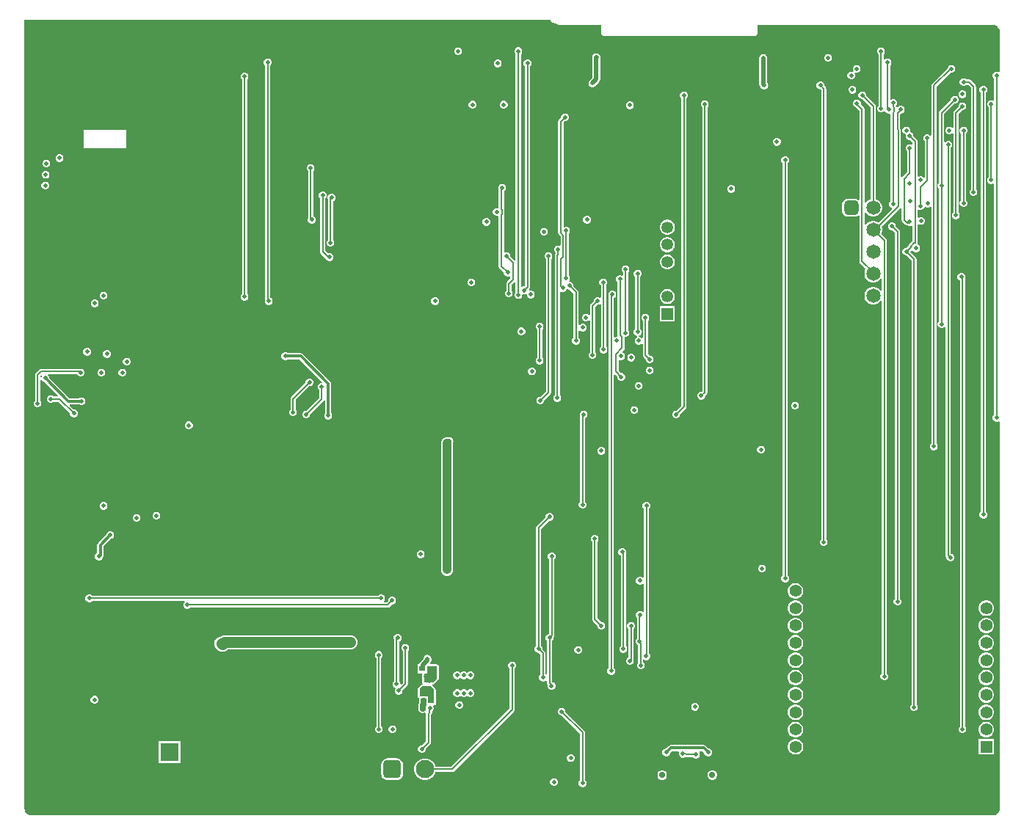
<source format=gbl>
G04*
G04 #@! TF.GenerationSoftware,Altium Limited,Altium Designer,21.9.1 (22)*
G04*
G04 Layer_Physical_Order=4*
G04 Layer_Color=16711680*
%FSLAX25Y25*%
%MOIN*%
G70*
G04*
G04 #@! TF.SameCoordinates,CDD0097E-41E7-41F5-A71D-9F4D08275E7E*
G04*
G04*
G04 #@! TF.FilePolarity,Positive*
G04*
G01*
G75*
%ADD13C,0.00787*%
%ADD17C,0.00600*%
%ADD34R,0.02598X0.02441*%
%ADD134R,0.05512X0.05512*%
%ADD135C,0.05512*%
%ADD145C,0.08465*%
%ADD146R,0.08465X0.08465*%
%ADD150C,0.03937*%
%ADD152C,0.01181*%
%ADD153C,0.01968*%
%ADD156C,0.05000*%
%ADD157C,0.00800*%
%ADD158C,0.02500*%
%ADD164C,0.19685*%
%ADD165C,0.06496*%
G04:AMPARAMS|DCode=166|XSize=64.96mil|YSize=64.96mil|CornerRadius=16.24mil|HoleSize=0mil|Usage=FLASHONLY|Rotation=270.000|XOffset=0mil|YOffset=0mil|HoleType=Round|Shape=RoundedRectangle|*
%AMROUNDEDRECTD166*
21,1,0.06496,0.03248,0,0,270.0*
21,1,0.03248,0.06496,0,0,270.0*
1,1,0.03248,-0.01624,-0.01624*
1,1,0.03248,-0.01624,0.01624*
1,1,0.03248,0.01624,0.01624*
1,1,0.03248,0.01624,-0.01624*
%
%ADD166ROUNDEDRECTD166*%
%ADD167R,0.05315X0.05315*%
%ADD168C,0.05315*%
%ADD169C,0.02756*%
%ADD170O,0.04724X0.07087*%
%ADD171O,0.04724X0.08661*%
G04:AMPARAMS|DCode=172|XSize=82.68mil|YSize=82.68mil|CornerRadius=20.67mil|HoleSize=0mil|Usage=FLASHONLY|Rotation=0.000|XOffset=0mil|YOffset=0mil|HoleType=Round|Shape=RoundedRectangle|*
%AMROUNDEDRECTD172*
21,1,0.08268,0.04134,0,0,0.0*
21,1,0.04134,0.08268,0,0,0.0*
1,1,0.04134,0.02067,-0.02067*
1,1,0.04134,-0.02067,-0.02067*
1,1,0.04134,-0.02067,0.02067*
1,1,0.04134,0.02067,0.02067*
%
%ADD172ROUNDEDRECTD172*%
%ADD173C,0.08268*%
%ADD174C,0.01968*%
G36*
X994526Y830526D02*
X995592Y829652D01*
X996808Y829002D01*
X998128Y828601D01*
X999447Y828471D01*
X999500Y828461D01*
X1017471D01*
Y825000D01*
X1017587Y824415D01*
X1017919Y823919D01*
X1018415Y823587D01*
X1019000Y823471D01*
X1087000D01*
X1087585Y823587D01*
X1088081Y823919D01*
X1088413Y824415D01*
X1088529Y825000D01*
Y828461D01*
X1195500D01*
X1195544Y828470D01*
X1196270Y828374D01*
X1196988Y828077D01*
X1197604Y827604D01*
X1198077Y826988D01*
X1198374Y826270D01*
X1198470Y825544D01*
X1198461Y825500D01*
Y807198D01*
X1197961Y807020D01*
X1197352Y807272D01*
X1196648D01*
X1195996Y807002D01*
X1195498Y806504D01*
X1195228Y805852D01*
Y805148D01*
X1195498Y804496D01*
X1195796Y804199D01*
Y794363D01*
X1195296Y794088D01*
X1194852Y794272D01*
X1194148D01*
X1193496Y794002D01*
X1192998Y793504D01*
X1192728Y792852D01*
Y792148D01*
X1192998Y791496D01*
X1193296Y791199D01*
Y759301D01*
X1192998Y759004D01*
X1192728Y758352D01*
Y757648D01*
X1192998Y756996D01*
X1193496Y756498D01*
X1194148Y756228D01*
X1194852D01*
X1195296Y756412D01*
X1195796Y756137D01*
Y651301D01*
X1195498Y651004D01*
X1195228Y650352D01*
Y649648D01*
X1195498Y648996D01*
X1195996Y648498D01*
X1196648Y648228D01*
X1197352D01*
X1197961Y648480D01*
X1198461Y648302D01*
Y472500D01*
X1198470Y472456D01*
X1198374Y471730D01*
X1198077Y471012D01*
X1197604Y470396D01*
X1196988Y469923D01*
X1196270Y469626D01*
X1195544Y469530D01*
X1195500Y469539D01*
X758500D01*
X758456Y469530D01*
X757730Y469626D01*
X757012Y469923D01*
X756396Y470396D01*
X755923Y471012D01*
X755626Y471730D01*
X755530Y472456D01*
X755539Y472500D01*
X755539Y830740D01*
X994351D01*
X994526Y830526D01*
D02*
G37*
%LPC*%
G36*
X952852Y818272D02*
X952148D01*
X951496Y818002D01*
X950998Y817504D01*
X950728Y816852D01*
Y816148D01*
X950998Y815496D01*
X951496Y814998D01*
X952148Y814728D01*
X952852D01*
X953504Y814998D01*
X954002Y815496D01*
X954272Y816148D01*
Y816852D01*
X954002Y817504D01*
X953504Y818002D01*
X952852Y818272D01*
D02*
G37*
G36*
X1120852Y815272D02*
X1120148D01*
X1119496Y815002D01*
X1118998Y814504D01*
X1118728Y813852D01*
Y813148D01*
X1118998Y812496D01*
X1119496Y811998D01*
X1120148Y811728D01*
X1120852D01*
X1121504Y811998D01*
X1122002Y812496D01*
X1122272Y813148D01*
Y813852D01*
X1122002Y814504D01*
X1121504Y815002D01*
X1120852Y815272D01*
D02*
G37*
G36*
X970852Y812772D02*
X970148D01*
X969496Y812502D01*
X968998Y812004D01*
X968728Y811352D01*
Y810648D01*
X968998Y809996D01*
X969496Y809498D01*
X970148Y809228D01*
X970852D01*
X971504Y809498D01*
X972002Y809996D01*
X972272Y810648D01*
Y811352D01*
X972002Y812004D01*
X971504Y812502D01*
X970852Y812772D01*
D02*
G37*
G36*
X1133852Y810272D02*
X1133148D01*
X1132496Y810002D01*
X1131998Y809504D01*
X1131728Y808852D01*
Y808148D01*
X1131974Y807556D01*
X1131868Y807371D01*
X1131641Y807152D01*
X1131352Y807272D01*
X1130648D01*
X1129996Y807002D01*
X1129498Y806504D01*
X1129228Y805852D01*
Y805148D01*
X1129498Y804496D01*
X1129996Y803998D01*
X1130648Y803728D01*
X1131352D01*
X1132004Y803998D01*
X1132502Y804496D01*
X1132772Y805148D01*
Y805852D01*
X1132526Y806444D01*
X1132632Y806629D01*
X1132859Y806848D01*
X1133148Y806728D01*
X1133852D01*
X1134504Y806998D01*
X1135002Y807496D01*
X1135272Y808148D01*
Y808852D01*
X1135002Y809504D01*
X1134504Y810002D01*
X1133852Y810272D01*
D02*
G37*
G36*
X1144852Y818272D02*
X1144148D01*
X1143496Y818002D01*
X1142998Y817504D01*
X1142728Y816852D01*
Y816148D01*
X1142998Y815496D01*
X1143296Y815199D01*
Y791801D01*
X1142998Y791504D01*
X1142728Y790852D01*
Y790148D01*
X1142998Y789496D01*
X1143496Y788998D01*
X1144148Y788728D01*
X1144852D01*
X1145504Y788998D01*
X1145824Y789318D01*
X1146392Y789242D01*
X1146398Y789239D01*
X1146498Y788996D01*
X1146996Y788498D01*
X1147648Y788228D01*
X1148352D01*
X1148380Y788240D01*
X1148796Y787962D01*
Y748301D01*
X1148498Y748004D01*
X1148228Y747352D01*
Y746648D01*
X1148498Y745996D01*
X1148996Y745498D01*
X1149318Y745365D01*
X1149435Y744775D01*
X1143421Y738762D01*
X1142558Y739260D01*
X1141531Y739535D01*
X1140469D01*
X1139442Y739260D01*
X1138522Y738729D01*
X1137771Y737978D01*
X1137645Y737760D01*
X1137145Y737894D01*
Y743106D01*
X1137645Y743240D01*
X1137771Y743022D01*
X1138522Y742271D01*
X1139442Y741740D01*
X1140469Y741465D01*
X1141531D01*
X1142558Y741740D01*
X1143478Y742271D01*
X1144229Y743022D01*
X1144760Y743942D01*
X1145035Y744969D01*
Y746031D01*
X1144760Y747058D01*
X1144229Y747978D01*
X1143478Y748729D01*
X1142558Y749260D01*
X1142204Y749355D01*
Y791500D01*
X1142204Y791500D01*
X1142113Y791961D01*
X1141852Y792351D01*
X1141852Y792352D01*
X1137772Y796431D01*
Y796852D01*
X1137502Y797504D01*
X1137004Y798002D01*
X1136352Y798272D01*
X1135648D01*
X1134996Y798002D01*
X1134498Y797504D01*
X1134228Y796852D01*
Y796148D01*
X1134498Y795496D01*
X1134996Y794998D01*
X1135648Y794728D01*
X1136069D01*
X1139796Y791001D01*
Y749355D01*
X1139442Y749260D01*
X1138522Y748729D01*
X1137771Y747978D01*
X1137645Y747760D01*
X1137145Y747894D01*
Y790059D01*
X1137145Y790059D01*
X1137053Y790520D01*
X1136792Y790911D01*
X1136792Y790911D01*
X1135292Y792411D01*
X1135338Y792524D01*
Y793229D01*
X1135069Y793880D01*
X1134570Y794378D01*
X1133919Y794648D01*
X1133214D01*
X1132563Y794378D01*
X1132065Y793880D01*
X1131795Y793229D01*
Y792524D01*
X1132065Y791873D01*
X1132563Y791374D01*
X1133177Y791120D01*
X1134737Y789560D01*
Y749134D01*
X1134237Y748947D01*
X1133565Y749396D01*
X1132624Y749583D01*
X1129376D01*
X1128435Y749396D01*
X1127637Y748863D01*
X1127104Y748065D01*
X1126917Y747124D01*
Y743876D01*
X1127104Y742935D01*
X1127637Y742137D01*
X1128435Y741605D01*
X1129376Y741417D01*
X1132624D01*
X1133565Y741605D01*
X1134237Y742053D01*
X1134737Y741866D01*
Y721059D01*
X1134737Y721059D01*
X1134828Y720598D01*
X1135089Y720208D01*
X1137605Y717691D01*
X1137240Y717058D01*
X1136965Y716031D01*
Y714969D01*
X1137240Y713942D01*
X1137771Y713022D01*
X1138522Y712271D01*
X1139442Y711740D01*
X1140469Y711465D01*
X1141531D01*
X1142558Y711740D01*
X1143478Y712271D01*
X1144229Y713022D01*
X1144296Y713138D01*
X1144796Y713004D01*
Y707996D01*
X1144296Y707862D01*
X1144229Y707978D01*
X1143478Y708729D01*
X1142558Y709260D01*
X1141531Y709535D01*
X1140469D01*
X1139442Y709260D01*
X1138522Y708729D01*
X1137771Y707978D01*
X1137240Y707058D01*
X1136965Y706031D01*
Y704969D01*
X1137240Y703942D01*
X1137771Y703022D01*
X1138522Y702271D01*
X1139442Y701740D01*
X1140469Y701465D01*
X1141531D01*
X1142558Y701740D01*
X1143478Y702271D01*
X1144229Y703022D01*
X1144296Y703138D01*
X1144796Y703004D01*
Y533801D01*
X1144498Y533504D01*
X1144228Y532852D01*
Y532148D01*
X1144498Y531496D01*
X1144996Y530998D01*
X1145648Y530728D01*
X1146352D01*
X1147004Y530998D01*
X1147502Y531496D01*
X1147772Y532148D01*
Y532852D01*
X1147502Y533504D01*
X1147204Y533801D01*
Y730500D01*
X1147204Y730500D01*
X1147113Y730961D01*
X1146852Y731352D01*
X1146852Y731352D01*
X1144578Y733626D01*
X1144760Y733942D01*
X1145035Y734969D01*
Y736031D01*
X1144837Y736771D01*
X1153229Y745163D01*
X1153230Y745163D01*
X1153418Y745445D01*
X1153918Y745334D01*
Y739878D01*
X1153918Y739878D01*
X1154010Y739417D01*
X1154270Y739026D01*
X1155572Y737725D01*
X1155572Y737725D01*
X1155963Y737464D01*
X1156424Y737372D01*
X1156885D01*
X1157111Y737279D01*
X1157815D01*
X1158296Y737477D01*
X1158796Y737224D01*
Y730318D01*
X1158663Y730230D01*
X1157271Y728836D01*
X1157010Y728446D01*
X1156952Y728155D01*
X1156069Y727272D01*
X1155648D01*
X1154996Y727002D01*
X1154498Y726504D01*
X1154228Y725852D01*
Y725148D01*
X1154498Y724496D01*
X1154996Y723998D01*
X1155648Y723728D01*
X1156069D01*
X1158296Y721501D01*
Y519801D01*
X1157998Y519504D01*
X1157728Y518852D01*
Y518148D01*
X1157998Y517496D01*
X1158496Y516998D01*
X1159148Y516728D01*
X1159852D01*
X1160504Y516998D01*
X1161002Y517496D01*
X1161272Y518148D01*
Y518852D01*
X1161002Y519504D01*
X1160704Y519801D01*
Y722000D01*
X1160704Y722000D01*
X1160613Y722461D01*
X1160351Y722852D01*
X1160351Y722852D01*
X1157772Y725431D01*
Y725569D01*
X1158446Y726243D01*
X1158936Y726145D01*
X1158998Y725996D01*
X1159496Y725498D01*
X1160148Y725228D01*
X1160852D01*
X1161504Y725498D01*
X1162002Y725996D01*
X1162272Y726648D01*
Y727352D01*
X1162002Y728004D01*
X1161504Y728502D01*
X1161359Y728562D01*
X1161113Y729039D01*
X1161204Y729500D01*
Y737769D01*
X1161666Y737960D01*
X1161693Y737933D01*
X1162344Y737664D01*
X1163049D01*
X1163700Y737933D01*
X1164199Y738432D01*
X1164468Y739083D01*
Y739788D01*
X1164199Y740439D01*
X1163700Y740937D01*
X1163049Y741207D01*
X1162344D01*
X1161693Y740937D01*
X1161666Y740910D01*
X1161204Y741102D01*
Y744385D01*
X1161704Y744622D01*
X1162213Y744411D01*
X1162918D01*
X1163569Y744681D01*
X1164068Y745179D01*
X1164230Y745570D01*
X1164567Y745811D01*
X1164821Y745791D01*
X1165293Y745595D01*
X1165998D01*
X1166649Y745865D01*
X1166796Y746011D01*
X1167296Y745804D01*
Y638301D01*
X1166998Y638004D01*
X1166728Y637352D01*
Y636648D01*
X1166998Y635996D01*
X1167496Y635498D01*
X1168148Y635228D01*
X1168852D01*
X1169504Y635498D01*
X1170002Y635996D01*
X1170272Y636648D01*
Y637352D01*
X1170002Y638004D01*
X1169704Y638301D01*
Y800501D01*
X1175995Y806792D01*
X1176148Y806728D01*
X1176852D01*
X1177504Y806998D01*
X1178002Y807496D01*
X1178272Y808148D01*
Y808852D01*
X1178002Y809504D01*
X1177504Y810002D01*
X1176852Y810272D01*
X1176148D01*
X1175496Y810002D01*
X1174998Y809504D01*
X1174784Y808987D01*
X1167649Y801851D01*
X1167387Y801461D01*
X1167296Y801000D01*
X1167296Y801000D01*
Y778417D01*
X1166796Y778210D01*
X1166504Y778502D01*
X1165852Y778772D01*
X1165148D01*
X1164496Y778502D01*
X1163998Y778004D01*
X1163728Y777352D01*
Y776648D01*
X1163998Y775996D01*
X1164296Y775699D01*
Y759241D01*
X1164193Y759182D01*
X1163796Y759088D01*
X1163381Y759502D01*
X1162730Y759772D01*
X1162026D01*
X1161704Y759639D01*
X1161204Y759973D01*
Y775500D01*
X1161113Y775961D01*
X1160851Y776351D01*
X1160851Y776352D01*
X1159272Y777931D01*
Y778352D01*
X1159002Y779004D01*
X1158504Y779502D01*
X1157852Y779772D01*
X1157706Y779990D01*
X1157772Y780148D01*
Y780852D01*
X1157502Y781504D01*
X1157004Y782002D01*
X1156352Y782272D01*
X1155648D01*
X1154996Y782002D01*
X1154498Y781504D01*
X1154228Y780852D01*
Y780148D01*
X1154498Y779496D01*
X1154996Y778998D01*
X1155648Y778728D01*
X1155794Y778510D01*
X1155728Y778352D01*
Y777648D01*
X1155998Y776996D01*
X1156496Y776498D01*
X1157148Y776228D01*
X1157569D01*
X1158796Y775001D01*
Y774363D01*
X1158296Y774088D01*
X1157852Y774272D01*
X1157148D01*
X1156496Y774002D01*
X1155998Y773504D01*
X1155728Y772852D01*
Y772148D01*
X1155998Y771496D01*
X1156296Y771199D01*
Y761535D01*
X1154270Y759510D01*
X1154082Y759228D01*
X1153582Y759339D01*
Y780622D01*
X1153491Y781083D01*
X1153230Y781474D01*
X1153229Y781474D01*
X1153204Y781499D01*
Y787939D01*
X1153494Y788228D01*
X1153852D01*
X1154504Y788498D01*
X1155002Y788996D01*
X1155272Y789648D01*
Y790352D01*
X1155002Y791004D01*
X1154504Y791502D01*
X1153852Y791772D01*
X1153148D01*
X1152496Y791502D01*
X1152071Y791077D01*
X1151738Y791114D01*
X1151540Y791198D01*
X1151490Y791446D01*
X1151274Y791769D01*
X1151502Y791996D01*
X1151772Y792648D01*
Y793352D01*
X1151502Y794004D01*
X1151004Y794502D01*
X1150352Y794772D01*
X1149648D01*
X1149204Y794588D01*
X1148704Y794863D01*
Y810199D01*
X1149002Y810496D01*
X1149272Y811148D01*
Y811852D01*
X1149002Y812504D01*
X1148504Y813002D01*
X1147852Y813272D01*
X1147148D01*
X1146496Y813002D01*
X1146204Y812710D01*
X1145704Y812917D01*
Y815199D01*
X1146002Y815496D01*
X1146272Y816148D01*
Y816852D01*
X1146002Y817504D01*
X1145504Y818002D01*
X1144852Y818272D01*
D02*
G37*
G36*
X1015189Y815554D02*
X1014498Y815416D01*
X1013912Y815025D01*
X1013520Y814439D01*
X1013383Y813747D01*
Y804437D01*
X1012223Y803277D01*
X1012124Y803129D01*
X1011998Y803004D01*
X1011930Y802839D01*
X1011831Y802691D01*
X1011796Y802517D01*
X1011728Y802352D01*
Y802174D01*
X1011694Y802000D01*
X1011728Y801826D01*
Y801648D01*
X1011796Y801483D01*
X1011831Y801309D01*
X1011930Y801161D01*
X1011998Y800996D01*
X1012124Y800871D01*
X1012223Y800723D01*
X1012371Y800624D01*
X1012496Y800498D01*
X1012661Y800430D01*
X1012809Y800331D01*
X1012983Y800296D01*
X1013148Y800228D01*
X1013326D01*
X1013500Y800194D01*
X1013675Y800228D01*
X1013852D01*
X1014017Y800296D01*
X1014191Y800331D01*
X1014339Y800430D01*
X1014504Y800498D01*
X1014629Y800624D01*
X1014777Y800723D01*
X1016466Y802412D01*
X1016858Y802998D01*
X1016995Y803689D01*
Y812874D01*
X1017211Y813395D01*
Y814100D01*
X1016941Y814751D01*
X1016443Y815249D01*
X1015792Y815519D01*
X1015364D01*
X1015189Y815554D01*
D02*
G37*
G36*
X1091000Y815306D02*
X1090825Y815272D01*
X1090648D01*
X1090483Y815204D01*
X1090309Y815169D01*
X1090161Y815070D01*
X1089996Y815002D01*
X1089871Y814876D01*
X1089723Y814777D01*
X1089624Y814629D01*
X1089498Y814504D01*
X1089430Y814339D01*
X1089331Y814191D01*
X1089296Y814017D01*
X1089228Y813852D01*
Y813675D01*
X1089194Y813500D01*
Y801500D01*
X1089331Y800809D01*
X1089723Y800223D01*
X1090223Y799723D01*
X1090371Y799624D01*
X1090496Y799498D01*
X1090661Y799430D01*
X1090809Y799331D01*
X1090983Y799296D01*
X1091148Y799228D01*
X1091325D01*
X1091500Y799194D01*
X1091675Y799228D01*
X1091852D01*
X1092017Y799296D01*
X1092191Y799331D01*
X1092339Y799430D01*
X1092504Y799498D01*
X1092629Y799624D01*
X1092777Y799723D01*
X1092876Y799871D01*
X1093002Y799996D01*
X1093070Y800161D01*
X1093169Y800309D01*
X1093204Y800483D01*
X1093272Y800648D01*
Y800826D01*
X1093306Y801000D01*
X1093272Y801175D01*
Y801352D01*
X1093204Y801517D01*
X1093169Y801691D01*
X1093070Y801839D01*
X1093002Y802004D01*
X1092876Y802129D01*
X1092806Y802234D01*
Y813500D01*
X1092772Y813675D01*
Y813852D01*
X1092704Y814017D01*
X1092669Y814191D01*
X1092570Y814339D01*
X1092502Y814504D01*
X1092376Y814629D01*
X1092277Y814777D01*
X1092129Y814876D01*
X1092004Y815002D01*
X1091839Y815070D01*
X1091691Y815169D01*
X1091517Y815204D01*
X1091352Y815272D01*
X1091175D01*
X1091000Y815306D01*
D02*
G37*
G36*
X1131858Y800818D02*
X1131154D01*
X1130502Y800548D01*
X1130004Y800050D01*
X1129734Y799399D01*
Y798694D01*
X1130004Y798043D01*
X1130502Y797544D01*
X1131154Y797275D01*
X1131858D01*
X1132510Y797544D01*
X1133008Y798043D01*
X1133278Y798694D01*
Y799399D01*
X1133008Y800050D01*
X1132510Y800548D01*
X1131858Y800818D01*
D02*
G37*
G36*
X1181852Y798772D02*
X1181148D01*
X1180496Y798502D01*
X1179998Y798004D01*
X1179728Y797352D01*
Y796648D01*
X1179998Y795996D01*
X1180496Y795498D01*
X1181148Y795228D01*
X1181852D01*
X1182504Y795498D01*
X1183002Y795996D01*
X1183272Y796648D01*
Y797352D01*
X1183002Y798004D01*
X1182504Y798502D01*
X1181852Y798772D01*
D02*
G37*
G36*
X973602Y794024D02*
X972898D01*
X972246Y793754D01*
X971748Y793256D01*
X971478Y792604D01*
Y791900D01*
X971748Y791248D01*
X972246Y790750D01*
X972898Y790480D01*
X973602D01*
X974254Y790750D01*
X974752Y791248D01*
X975022Y791900D01*
Y792604D01*
X974752Y793256D01*
X974254Y793754D01*
X973602Y794024D01*
D02*
G37*
G36*
X959352D02*
X958648D01*
X957996Y793754D01*
X957498Y793256D01*
X957228Y792604D01*
Y791900D01*
X957498Y791248D01*
X957996Y790750D01*
X958648Y790480D01*
X959352D01*
X960004Y790750D01*
X960502Y791248D01*
X960772Y791900D01*
Y792604D01*
X960502Y793256D01*
X960004Y793754D01*
X959352Y794024D01*
D02*
G37*
G36*
X1030852Y793772D02*
X1030148D01*
X1029496Y793502D01*
X1028998Y793004D01*
X1028728Y792352D01*
Y791648D01*
X1028998Y790996D01*
X1029496Y790498D01*
X1030148Y790228D01*
X1030852D01*
X1031504Y790498D01*
X1032002Y790996D01*
X1032272Y791648D01*
Y792352D01*
X1032002Y793004D01*
X1031504Y793502D01*
X1030852Y793772D01*
D02*
G37*
G36*
X1181852Y793272D02*
X1181148D01*
X1180496Y793002D01*
X1179998Y792504D01*
X1179728Y791852D01*
Y791431D01*
X1177649Y789352D01*
X1177387Y788961D01*
X1177296Y788500D01*
X1177296Y788500D01*
Y781917D01*
X1176796Y781710D01*
X1176504Y782002D01*
X1175852Y782272D01*
X1175148D01*
X1174496Y782002D01*
X1173998Y781504D01*
X1173728Y780852D01*
Y780148D01*
X1173998Y779496D01*
X1174496Y778998D01*
X1175148Y778728D01*
X1175852D01*
X1176504Y778998D01*
X1176796Y779290D01*
X1177296Y779083D01*
Y743301D01*
X1176998Y743004D01*
X1176728Y742352D01*
Y741648D01*
X1176998Y740996D01*
X1177496Y740498D01*
X1178148Y740228D01*
X1178852D01*
X1179504Y740498D01*
X1180002Y740996D01*
X1180272Y741648D01*
Y742352D01*
X1180002Y743004D01*
X1179704Y743301D01*
Y788001D01*
X1181431Y789728D01*
X1181852D01*
X1182504Y789998D01*
X1183002Y790496D01*
X1183272Y791148D01*
Y791852D01*
X1183002Y792504D01*
X1182504Y793002D01*
X1181852Y793272D01*
D02*
G37*
G36*
X1097579Y777151D02*
X1096874D01*
X1096223Y776881D01*
X1095725Y776383D01*
X1095455Y775732D01*
Y775027D01*
X1095725Y774376D01*
X1096223Y773877D01*
X1096874Y773607D01*
X1097579D01*
X1098230Y773877D01*
X1098729Y774376D01*
X1098998Y775027D01*
Y775732D01*
X1098729Y776383D01*
X1098230Y776881D01*
X1097579Y777151D01*
D02*
G37*
G36*
X801902Y780866D02*
X782413D01*
Y772401D01*
X801902D01*
Y780866D01*
D02*
G37*
G36*
X771852Y769772D02*
X771148D01*
X770496Y769502D01*
X769998Y769004D01*
X769728Y768352D01*
Y767648D01*
X769998Y766996D01*
X770496Y766498D01*
X771148Y766228D01*
X771852D01*
X772504Y766498D01*
X773002Y766996D01*
X773272Y767648D01*
Y768352D01*
X773002Y769004D01*
X772504Y769502D01*
X771852Y769772D01*
D02*
G37*
G36*
X765852Y767272D02*
X765148D01*
X764496Y767002D01*
X763998Y766504D01*
X763728Y765852D01*
Y765148D01*
X763998Y764496D01*
X764496Y763998D01*
X765148Y763728D01*
X765852D01*
X766504Y763998D01*
X767002Y764496D01*
X767272Y765148D01*
Y765852D01*
X767002Y766504D01*
X766504Y767002D01*
X765852Y767272D01*
D02*
G37*
G36*
X765522Y762242D02*
X764817D01*
X764166Y761972D01*
X763667Y761474D01*
X763398Y760823D01*
Y760118D01*
X763667Y759467D01*
X764166Y758968D01*
X764817Y758699D01*
X765522D01*
X766173Y758968D01*
X766671Y759467D01*
X766941Y760118D01*
Y760823D01*
X766671Y761474D01*
X766173Y761972D01*
X765522Y762242D01*
D02*
G37*
G36*
X765352Y757272D02*
X764648D01*
X763996Y757002D01*
X763498Y756504D01*
X763228Y755852D01*
Y755148D01*
X763498Y754496D01*
X763996Y753998D01*
X764648Y753728D01*
X765352D01*
X766004Y753998D01*
X766502Y754496D01*
X766772Y755148D01*
Y755852D01*
X766502Y756504D01*
X766004Y757002D01*
X765352Y757272D01*
D02*
G37*
G36*
X1076852Y755772D02*
X1076148D01*
X1075496Y755502D01*
X1074998Y755004D01*
X1074728Y754352D01*
Y753648D01*
X1074998Y752996D01*
X1075496Y752498D01*
X1076148Y752228D01*
X1076852D01*
X1077504Y752498D01*
X1078002Y752996D01*
X1078272Y753648D01*
Y754352D01*
X1078002Y755004D01*
X1077504Y755502D01*
X1076852Y755772D01*
D02*
G37*
G36*
X1182352Y804272D02*
X1181648D01*
X1180996Y804002D01*
X1180498Y803504D01*
X1180228Y802852D01*
Y802148D01*
X1180498Y801496D01*
X1180996Y800998D01*
X1181648Y800728D01*
X1182352D01*
X1183004Y800998D01*
X1183301Y801296D01*
X1184001D01*
X1185296Y800001D01*
Y753801D01*
X1184998Y753504D01*
X1184728Y752852D01*
Y752148D01*
X1184998Y751496D01*
X1185496Y750998D01*
X1186148Y750728D01*
X1186852D01*
X1187504Y750998D01*
X1188002Y751496D01*
X1188272Y752148D01*
Y752852D01*
X1188002Y753504D01*
X1187704Y753801D01*
Y800500D01*
X1187704Y800500D01*
X1187613Y800961D01*
X1187352Y801352D01*
X1187352Y801352D01*
X1185351Y803351D01*
X1184961Y803613D01*
X1184500Y803704D01*
X1184500Y803704D01*
X1183301D01*
X1183004Y804002D01*
X1182352Y804272D01*
D02*
G37*
G36*
Y782272D02*
X1181648D01*
X1180996Y782002D01*
X1180498Y781504D01*
X1180228Y780852D01*
Y780148D01*
X1180498Y779496D01*
X1180796Y779199D01*
Y748801D01*
X1180498Y748504D01*
X1180228Y747852D01*
Y747148D01*
X1180498Y746496D01*
X1180996Y745998D01*
X1181648Y745728D01*
X1182352D01*
X1183004Y745998D01*
X1183502Y746496D01*
X1183772Y747148D01*
Y747852D01*
X1183502Y748504D01*
X1183204Y748801D01*
Y779199D01*
X1183502Y779496D01*
X1183772Y780148D01*
Y780852D01*
X1183502Y781504D01*
X1183004Y782002D01*
X1182352Y782272D01*
D02*
G37*
G36*
X1011352Y741772D02*
X1010648D01*
X1009996Y741502D01*
X1009498Y741004D01*
X1009228Y740352D01*
Y739648D01*
X1009498Y738996D01*
X1009996Y738498D01*
X1010648Y738228D01*
X1011352D01*
X1012004Y738498D01*
X1012502Y738996D01*
X1012772Y739648D01*
Y740352D01*
X1012502Y741004D01*
X1012004Y741502D01*
X1011352Y741772D01*
D02*
G37*
G36*
X885852Y765272D02*
X885148D01*
X884496Y765002D01*
X883998Y764504D01*
X883728Y763852D01*
Y763148D01*
X883998Y762496D01*
X884296Y762199D01*
Y740515D01*
X884228Y740352D01*
Y739648D01*
X884498Y738996D01*
X884996Y738498D01*
X885648Y738228D01*
X886352D01*
X887004Y738498D01*
X887502Y738996D01*
X887772Y739648D01*
Y740352D01*
X887502Y741004D01*
X887004Y741502D01*
X886704Y741626D01*
Y762199D01*
X887002Y762496D01*
X887272Y763148D01*
Y763852D01*
X887002Y764504D01*
X886504Y765002D01*
X885852Y765272D01*
D02*
G37*
G36*
X965644Y740781D02*
X964939D01*
X964288Y740512D01*
X963789Y740013D01*
X963519Y739362D01*
Y738657D01*
X963789Y738006D01*
X964288Y737508D01*
X964939Y737238D01*
X965644D01*
X966295Y737508D01*
X966793Y738006D01*
X967063Y738657D01*
Y739362D01*
X966793Y740013D01*
X966295Y740512D01*
X965644Y740781D01*
D02*
G37*
G36*
X1047954Y740067D02*
X1047046D01*
X1046170Y739832D01*
X1045385Y739379D01*
X1044743Y738737D01*
X1044290Y737952D01*
X1044055Y737076D01*
Y736168D01*
X1044290Y735292D01*
X1044743Y734507D01*
X1045385Y733865D01*
X1046170Y733412D01*
X1047046Y733177D01*
X1047954D01*
X1048830Y733412D01*
X1049615Y733865D01*
X1050257Y734507D01*
X1050710Y735292D01*
X1050945Y736168D01*
Y737076D01*
X1050710Y737952D01*
X1050257Y738737D01*
X1049615Y739379D01*
X1048830Y739832D01*
X1047954Y740067D01*
D02*
G37*
G36*
X991852Y736272D02*
X991148D01*
X990496Y736002D01*
X989998Y735504D01*
X989728Y734852D01*
Y734148D01*
X989998Y733496D01*
X990496Y732998D01*
X991148Y732728D01*
X991852D01*
X992504Y732998D01*
X993002Y733496D01*
X993272Y734148D01*
Y734852D01*
X993002Y735504D01*
X992504Y736002D01*
X991852Y736272D01*
D02*
G37*
G36*
X1001352Y788272D02*
X1000648D01*
X999996Y788002D01*
X999498Y787504D01*
X999228Y786852D01*
Y786431D01*
X998271Y785474D01*
X998009Y785083D01*
X997918Y784622D01*
X997918Y784622D01*
Y734015D01*
X997918Y734015D01*
X998009Y733554D01*
X998271Y733163D01*
X999008Y732426D01*
Y728473D01*
X998508Y728139D01*
X998187Y728272D01*
X997482D01*
X996831Y728002D01*
X996333Y727504D01*
X996063Y726852D01*
Y726148D01*
X996333Y725496D01*
X996630Y725199D01*
Y724765D01*
X996387Y724402D01*
X996296Y723941D01*
X996296Y723941D01*
Y660301D01*
X995998Y660004D01*
X995728Y659352D01*
Y658648D01*
X995998Y657996D01*
X996496Y657498D01*
X997148Y657228D01*
X997852D01*
X998504Y657498D01*
X999002Y657996D01*
X999272Y658648D01*
Y659352D01*
X999002Y660004D01*
X998704Y660301D01*
Y707137D01*
X999204Y707412D01*
X999648Y707228D01*
X1000352D01*
X1001004Y707498D01*
X1001502Y707996D01*
X1001587Y708201D01*
X1001997Y708498D01*
X1002648Y708228D01*
X1003069D01*
X1004796Y706501D01*
Y686301D01*
X1004498Y686004D01*
X1004228Y685352D01*
Y684648D01*
X1004498Y683996D01*
X1004996Y683498D01*
X1005648Y683228D01*
X1006352D01*
X1007004Y683498D01*
X1007502Y683996D01*
X1007772Y684648D01*
Y685352D01*
X1007502Y686004D01*
X1007204Y686301D01*
Y689583D01*
X1007704Y689790D01*
X1007996Y689498D01*
X1008648Y689228D01*
X1009352D01*
X1010004Y689498D01*
X1010502Y689996D01*
X1010772Y690648D01*
Y691352D01*
X1010502Y692004D01*
X1010004Y692502D01*
X1009352Y692772D01*
X1008648D01*
X1007996Y692502D01*
X1007704Y692210D01*
X1007204Y692417D01*
Y707000D01*
X1007113Y707461D01*
X1006851Y707852D01*
X1004772Y709931D01*
Y710352D01*
X1004502Y711004D01*
X1004004Y711502D01*
X1003352Y711772D01*
X1002984D01*
X1002777Y712272D01*
X1003002Y712496D01*
X1003272Y713148D01*
Y713852D01*
X1003002Y714504D01*
X1002704Y714801D01*
Y733699D01*
X1003002Y733996D01*
X1003272Y734648D01*
Y735352D01*
X1003002Y736004D01*
X1002504Y736502D01*
X1001852Y736772D01*
X1001148D01*
X1000826Y736639D01*
X1000326Y736973D01*
Y784123D01*
X1000931Y784728D01*
X1001352D01*
X1002004Y784998D01*
X1002502Y785496D01*
X1002772Y786148D01*
Y786852D01*
X1002502Y787504D01*
X1002004Y788002D01*
X1001352Y788272D01*
D02*
G37*
G36*
X895352Y751772D02*
X894648D01*
X893996Y751502D01*
X893498Y751004D01*
X893228Y750352D01*
Y749648D01*
X893296Y749485D01*
Y730801D01*
X892998Y730504D01*
X892728Y729852D01*
Y729148D01*
X892998Y728496D01*
X893496Y727998D01*
X894148Y727728D01*
X894852D01*
X895504Y727998D01*
X896002Y728496D01*
X896272Y729148D01*
Y729852D01*
X896002Y730504D01*
X895704Y730801D01*
Y748374D01*
X896004Y748498D01*
X896502Y748996D01*
X896772Y749648D01*
Y750352D01*
X896502Y751004D01*
X896004Y751502D01*
X895352Y751772D01*
D02*
G37*
G36*
X1047954Y732193D02*
X1047046D01*
X1046170Y731958D01*
X1045385Y731505D01*
X1044743Y730863D01*
X1044290Y730078D01*
X1044055Y729202D01*
Y728295D01*
X1044290Y727418D01*
X1044743Y726633D01*
X1045385Y725991D01*
X1046170Y725538D01*
X1047046Y725303D01*
X1047954D01*
X1048830Y725538D01*
X1049615Y725991D01*
X1050257Y726633D01*
X1050710Y727418D01*
X1050945Y728295D01*
Y729202D01*
X1050710Y730078D01*
X1050257Y730863D01*
X1049615Y731505D01*
X1048830Y731958D01*
X1047954Y732193D01*
D02*
G37*
G36*
X980160Y818358D02*
X979455D01*
X978804Y818088D01*
X978305Y817590D01*
X978036Y816939D01*
Y816234D01*
X978305Y815583D01*
X978615Y815273D01*
Y721771D01*
X978567Y721734D01*
X978115Y721588D01*
X976272Y723431D01*
Y723852D01*
X976002Y724504D01*
X975504Y725002D01*
X974852Y725272D01*
X974148D01*
X973826Y725139D01*
X973326Y725473D01*
Y741808D01*
X973491Y742054D01*
X973582Y742515D01*
X973582Y742515D01*
Y744485D01*
X973582Y744485D01*
X973491Y744946D01*
X973326Y745192D01*
Y752925D01*
X973504Y752998D01*
X974002Y753496D01*
X974272Y754148D01*
Y754852D01*
X974002Y755504D01*
X973504Y756002D01*
X972852Y756272D01*
X972148D01*
X971496Y756002D01*
X970998Y755504D01*
X970728Y754852D01*
Y754148D01*
X970918Y753690D01*
Y745487D01*
X970502Y745210D01*
X970352Y745272D01*
X969648D01*
X968996Y745002D01*
X968498Y744504D01*
X968228Y743852D01*
Y743148D01*
X968498Y742496D01*
X968996Y741998D01*
X969648Y741728D01*
X970352D01*
X970502Y741790D01*
X970918Y741513D01*
Y718878D01*
X970918Y718878D01*
X971010Y718417D01*
X971270Y718026D01*
X973228Y716069D01*
Y715648D01*
X973498Y714996D01*
X973996Y714498D01*
X974648Y714228D01*
X975352D01*
X975674Y714361D01*
X976174Y714027D01*
Y713340D01*
X974648Y711815D01*
X974387Y711424D01*
X974296Y710963D01*
X974296Y710963D01*
Y707801D01*
X973998Y707504D01*
X973728Y706852D01*
Y706148D01*
X973998Y705496D01*
X974496Y704998D01*
X975148Y704728D01*
X975852D01*
X976504Y704998D01*
X977002Y705496D01*
X977272Y706148D01*
Y706852D01*
X977002Y707504D01*
X976704Y707801D01*
Y710464D01*
X978115Y711875D01*
X978567Y711729D01*
X978615Y711692D01*
Y707107D01*
X978317Y706809D01*
X978048Y706158D01*
Y705453D01*
X978317Y704802D01*
X978816Y704304D01*
X979467Y704034D01*
X980172D01*
X980823Y704304D01*
X981321Y704802D01*
X981591Y705453D01*
Y705836D01*
X982085Y706172D01*
X982104Y706164D01*
X982809D01*
X983228Y706338D01*
X983724Y706051D01*
X983728Y706045D01*
Y705648D01*
X983998Y704996D01*
X984496Y704498D01*
X985148Y704228D01*
X985852D01*
X986504Y704498D01*
X987002Y704996D01*
X987272Y705648D01*
Y706352D01*
X987002Y707004D01*
X986504Y707502D01*
X985852Y707772D01*
X985148D01*
X985096Y707750D01*
X984550Y708065D01*
X984520Y708296D01*
X984851Y708628D01*
X984851Y708628D01*
X985113Y709018D01*
X985204Y709479D01*
X985204Y709479D01*
Y809699D01*
X985502Y809996D01*
X985772Y810648D01*
Y811352D01*
X985502Y812004D01*
X985004Y812502D01*
X984352Y812772D01*
X983648D01*
X982996Y812502D01*
X982498Y812004D01*
X982228Y811352D01*
Y810648D01*
X982498Y809996D01*
X982796Y809699D01*
Y709978D01*
X982525Y709707D01*
X982104D01*
X981524Y709467D01*
X981024Y709661D01*
Y815297D01*
X981309Y815583D01*
X981579Y816234D01*
Y816939D01*
X981309Y817590D01*
X980811Y818088D01*
X980160Y818358D01*
D02*
G37*
G36*
X891352Y752772D02*
X890648D01*
X889996Y752502D01*
X889498Y752004D01*
X889228Y751352D01*
Y750648D01*
X889498Y749996D01*
X889796Y749699D01*
Y725500D01*
X889796Y725500D01*
X889887Y725039D01*
X890149Y724649D01*
X892284Y722513D01*
X892498Y721996D01*
X892996Y721498D01*
X893648Y721228D01*
X894352D01*
X895004Y721498D01*
X895502Y721996D01*
X895772Y722648D01*
Y723352D01*
X895502Y724004D01*
X895004Y724502D01*
X894352Y724772D01*
X893648D01*
X893495Y724708D01*
X892204Y725999D01*
Y749699D01*
X892502Y749996D01*
X892772Y750648D01*
Y751352D01*
X892502Y752004D01*
X892004Y752502D01*
X891352Y752772D01*
D02*
G37*
G36*
X1047954Y724319D02*
X1047046D01*
X1046170Y724084D01*
X1045385Y723631D01*
X1044743Y722989D01*
X1044290Y722204D01*
X1044055Y721327D01*
Y720421D01*
X1044290Y719544D01*
X1044743Y718759D01*
X1045385Y718117D01*
X1046170Y717664D01*
X1047046Y717429D01*
X1047954D01*
X1048830Y717664D01*
X1049615Y718117D01*
X1050257Y718759D01*
X1050710Y719544D01*
X1050945Y720421D01*
Y721327D01*
X1050710Y722204D01*
X1050257Y722989D01*
X1049615Y723631D01*
X1048830Y724084D01*
X1047954Y724319D01*
D02*
G37*
G36*
X1028852Y719272D02*
X1028148D01*
X1027496Y719002D01*
X1026998Y718504D01*
X1026728Y717852D01*
Y717148D01*
X1026998Y716496D01*
X1027296Y716199D01*
Y714863D01*
X1026796Y714588D01*
X1026352Y714772D01*
X1025648D01*
X1024996Y714502D01*
X1024498Y714004D01*
X1024228Y713352D01*
Y712648D01*
X1024498Y711996D01*
X1024796Y711699D01*
Y687637D01*
X1024796Y687637D01*
X1024870Y687264D01*
X1024693Y686938D01*
X1024556Y686772D01*
X1024148D01*
X1023704Y686588D01*
X1023204Y686863D01*
Y704374D01*
X1023504Y704498D01*
X1024002Y704996D01*
X1024272Y705648D01*
Y706352D01*
X1024002Y707004D01*
X1023504Y707502D01*
X1022852Y707772D01*
X1022148D01*
X1021496Y707502D01*
X1020998Y707004D01*
X1020728Y706352D01*
Y705648D01*
X1020796Y705485D01*
Y536301D01*
X1020498Y536004D01*
X1020228Y535352D01*
Y534648D01*
X1020498Y533996D01*
X1020996Y533498D01*
X1021648Y533228D01*
X1022352D01*
X1023004Y533498D01*
X1023502Y533996D01*
X1023772Y534648D01*
Y535352D01*
X1023502Y536004D01*
X1023204Y536301D01*
Y669655D01*
X1023704Y669862D01*
X1024842Y668724D01*
Y668303D01*
X1025112Y667652D01*
X1025610Y667154D01*
X1026262Y666884D01*
X1026966D01*
X1027617Y667154D01*
X1028116Y667652D01*
X1028386Y668303D01*
Y669008D01*
X1028116Y669659D01*
X1027617Y670158D01*
X1026966Y670427D01*
X1026545D01*
X1025326Y671646D01*
Y676027D01*
X1025826Y676361D01*
X1026148Y676228D01*
X1026852D01*
X1027504Y676498D01*
X1028002Y676996D01*
X1028272Y677648D01*
Y678352D01*
X1028002Y679004D01*
X1027504Y679502D01*
X1027182Y679635D01*
X1027065Y680225D01*
X1027730Y680889D01*
X1027991Y681280D01*
X1028082Y681741D01*
Y686685D01*
X1028148Y686728D01*
X1028852D01*
X1029504Y686998D01*
X1030002Y687496D01*
X1030272Y688148D01*
Y688852D01*
X1030002Y689504D01*
X1029704Y689801D01*
Y716199D01*
X1030002Y716496D01*
X1030272Y717148D01*
Y717852D01*
X1030002Y718504D01*
X1029504Y719002D01*
X1028852Y719272D01*
D02*
G37*
G36*
X958852Y713272D02*
X958148D01*
X957496Y713002D01*
X956998Y712504D01*
X956728Y711852D01*
Y711148D01*
X956998Y710496D01*
X957496Y709998D01*
X958148Y709728D01*
X958852D01*
X959504Y709998D01*
X960002Y710496D01*
X960272Y711148D01*
Y711852D01*
X960002Y712504D01*
X959504Y713002D01*
X958852Y713272D01*
D02*
G37*
G36*
X1018684Y713303D02*
X1017979D01*
X1017328Y713033D01*
X1016829Y712534D01*
X1016560Y711883D01*
Y711178D01*
X1016829Y710527D01*
X1017296Y710061D01*
Y704820D01*
X1016834Y704629D01*
X1016826Y704637D01*
X1016174Y704907D01*
X1015470D01*
X1014818Y704637D01*
X1014320Y704139D01*
X1014050Y703488D01*
Y703067D01*
X1012648Y701665D01*
X1012387Y701274D01*
X1012296Y700813D01*
X1012296Y700813D01*
Y696917D01*
X1011796Y696710D01*
X1011504Y697002D01*
X1010852Y697272D01*
X1010148D01*
X1009496Y697002D01*
X1008998Y696504D01*
X1008728Y695852D01*
Y695148D01*
X1008998Y694496D01*
X1009496Y693998D01*
X1010148Y693728D01*
X1010852D01*
X1011504Y693998D01*
X1011796Y694290D01*
X1012296Y694083D01*
Y679801D01*
X1011998Y679504D01*
X1011728Y678852D01*
Y678148D01*
X1011998Y677496D01*
X1012496Y676998D01*
X1013148Y676728D01*
X1013852D01*
X1014504Y676998D01*
X1015002Y677496D01*
X1015272Y678148D01*
Y678852D01*
X1015002Y679504D01*
X1014704Y679801D01*
Y700315D01*
X1015753Y701364D01*
X1016174D01*
X1016826Y701633D01*
X1016834Y701642D01*
X1017296Y701450D01*
Y682301D01*
X1016998Y682004D01*
X1016728Y681352D01*
Y680648D01*
X1016998Y679996D01*
X1017496Y679498D01*
X1018148Y679228D01*
X1018852D01*
X1019504Y679498D01*
X1020002Y679996D01*
X1020272Y680648D01*
Y681352D01*
X1020002Y682004D01*
X1019704Y682301D01*
Y710398D01*
X1019833Y710527D01*
X1020103Y711178D01*
Y711883D01*
X1019833Y712534D01*
X1019335Y713033D01*
X1018684Y713303D01*
D02*
G37*
G36*
X791852Y707272D02*
X791148D01*
X790496Y707002D01*
X789998Y706504D01*
X789728Y705852D01*
Y705148D01*
X789998Y704496D01*
X790496Y703998D01*
X791148Y703728D01*
X791852D01*
X792504Y703998D01*
X793002Y704496D01*
X793272Y705148D01*
Y705852D01*
X793002Y706504D01*
X792504Y707002D01*
X791852Y707272D01*
D02*
G37*
G36*
X855852Y806772D02*
X855148D01*
X854496Y806502D01*
X853998Y806004D01*
X853728Y805352D01*
Y804648D01*
X853998Y803996D01*
X854296Y803699D01*
Y706301D01*
X853998Y706004D01*
X853728Y705352D01*
Y704648D01*
X853998Y703996D01*
X854496Y703498D01*
X855148Y703228D01*
X855852D01*
X856504Y703498D01*
X857002Y703996D01*
X857272Y704648D01*
Y705352D01*
X857199Y705529D01*
X857113Y705961D01*
X856851Y706352D01*
X856704Y706450D01*
Y803699D01*
X857002Y803996D01*
X857272Y804648D01*
Y805352D01*
X857002Y806004D01*
X856504Y806502D01*
X855852Y806772D01*
D02*
G37*
G36*
X1047954Y708571D02*
X1047046D01*
X1046170Y708336D01*
X1045385Y707883D01*
X1044743Y707241D01*
X1044290Y706456D01*
X1044055Y705580D01*
Y704672D01*
X1044290Y703796D01*
X1044743Y703011D01*
X1045385Y702369D01*
X1046170Y701916D01*
X1047046Y701681D01*
X1047954D01*
X1048830Y701916D01*
X1049615Y702369D01*
X1050257Y703011D01*
X1050710Y703796D01*
X1050945Y704672D01*
Y705580D01*
X1050710Y706456D01*
X1050257Y707241D01*
X1049615Y707883D01*
X1048830Y708336D01*
X1047954Y708571D01*
D02*
G37*
G36*
X942352Y704772D02*
X941648D01*
X940996Y704502D01*
X940498Y704004D01*
X940228Y703352D01*
Y702648D01*
X940498Y701996D01*
X940996Y701498D01*
X941648Y701228D01*
X942352D01*
X943004Y701498D01*
X943502Y701996D01*
X943772Y702648D01*
Y703352D01*
X943502Y704004D01*
X943004Y704502D01*
X942352Y704772D01*
D02*
G37*
G36*
X866352Y813272D02*
X865648D01*
X864996Y813002D01*
X864498Y812504D01*
X864228Y811852D01*
Y811148D01*
X864498Y810496D01*
X864796Y810199D01*
Y703515D01*
X864728Y703352D01*
Y702648D01*
X864998Y701996D01*
X865496Y701498D01*
X866148Y701228D01*
X866852D01*
X867504Y701498D01*
X868002Y701996D01*
X868272Y702648D01*
Y703352D01*
X868002Y704004D01*
X867504Y704502D01*
X867204Y704626D01*
Y810199D01*
X867502Y810496D01*
X867772Y811148D01*
Y811852D01*
X867502Y812504D01*
X867004Y813002D01*
X866352Y813272D01*
D02*
G37*
G36*
X787852Y703772D02*
X787148D01*
X786496Y703502D01*
X785998Y703004D01*
X785728Y702352D01*
Y701648D01*
X785998Y700996D01*
X786496Y700498D01*
X787148Y700228D01*
X787852D01*
X788504Y700498D01*
X789002Y700996D01*
X789272Y701648D01*
Y702352D01*
X789002Y703004D01*
X788504Y703502D01*
X787852Y703772D01*
D02*
G37*
G36*
X1050945Y700697D02*
X1044055D01*
Y693807D01*
X1050945D01*
Y700697D01*
D02*
G37*
G36*
X981575Y691020D02*
X980870D01*
X980219Y690750D01*
X979720Y690252D01*
X979451Y689601D01*
Y688896D01*
X979720Y688245D01*
X980219Y687746D01*
X980870Y687476D01*
X981575D01*
X982226Y687746D01*
X982724Y688245D01*
X982994Y688896D01*
Y689601D01*
X982724Y690252D01*
X982226Y690750D01*
X981575Y691020D01*
D02*
G37*
G36*
X784352Y681772D02*
X783648D01*
X782996Y681502D01*
X782498Y681004D01*
X782228Y680352D01*
Y679648D01*
X782498Y678996D01*
X782996Y678498D01*
X783648Y678228D01*
X784352D01*
X785004Y678498D01*
X785502Y678996D01*
X785772Y679648D01*
Y680352D01*
X785502Y681004D01*
X785004Y681502D01*
X784352Y681772D01*
D02*
G37*
G36*
X793352Y680772D02*
X792648D01*
X791996Y680502D01*
X791498Y680004D01*
X791228Y679352D01*
Y678648D01*
X791498Y677996D01*
X791996Y677498D01*
X792648Y677228D01*
X793352D01*
X794004Y677498D01*
X794502Y677996D01*
X794772Y678648D01*
Y679352D01*
X794502Y680004D01*
X794004Y680502D01*
X793352Y680772D01*
D02*
G37*
G36*
X1031449Y679125D02*
X1030744D01*
X1030093Y678856D01*
X1029594Y678357D01*
X1029325Y677706D01*
Y677001D01*
X1029594Y676350D01*
X1030093Y675852D01*
X1030744Y675582D01*
X1031449D01*
X1032100Y675852D01*
X1032598Y676350D01*
X1032868Y677001D01*
Y677706D01*
X1032598Y678357D01*
X1032100Y678856D01*
X1031449Y679125D01*
D02*
G37*
G36*
X1034352Y717272D02*
X1033648D01*
X1032996Y717002D01*
X1032498Y716504D01*
X1032228Y715852D01*
Y715148D01*
X1032498Y714496D01*
X1032796Y714199D01*
Y690301D01*
X1032498Y690004D01*
X1032228Y689352D01*
Y688648D01*
X1032498Y687996D01*
X1032996Y687498D01*
X1033648Y687228D01*
X1033944D01*
X1034043Y686728D01*
X1033496Y686502D01*
X1032998Y686004D01*
X1032728Y685352D01*
Y684648D01*
X1032998Y683996D01*
X1033496Y683498D01*
X1034148Y683228D01*
X1034852D01*
X1035504Y683498D01*
X1035796Y683790D01*
X1036296Y683583D01*
Y678500D01*
X1036296Y678500D01*
X1036387Y678039D01*
X1036648Y677648D01*
X1037728Y676569D01*
Y676148D01*
X1037998Y675496D01*
X1038496Y674998D01*
X1039148Y674728D01*
X1039852D01*
X1040504Y674998D01*
X1041002Y675496D01*
X1041272Y676148D01*
Y676852D01*
X1041002Y677504D01*
X1040504Y678002D01*
X1039852Y678272D01*
X1039431D01*
X1038704Y678999D01*
Y694199D01*
X1039002Y694496D01*
X1039272Y695148D01*
Y695852D01*
X1039002Y696504D01*
X1038504Y697002D01*
X1037852Y697272D01*
X1037148D01*
X1036496Y697002D01*
X1035998Y696504D01*
X1035728Y695852D01*
Y695148D01*
X1035998Y694496D01*
X1036296Y694199D01*
Y686417D01*
X1035796Y686210D01*
X1035504Y686502D01*
X1034852Y686772D01*
X1034556D01*
X1034457Y687272D01*
X1035004Y687498D01*
X1035502Y687996D01*
X1035772Y688648D01*
Y689352D01*
X1035502Y690004D01*
X1035204Y690301D01*
Y714199D01*
X1035502Y714496D01*
X1035772Y715148D01*
Y715852D01*
X1035502Y716504D01*
X1035004Y717002D01*
X1034352Y717272D01*
D02*
G37*
G36*
X989852Y693272D02*
X989148D01*
X988496Y693002D01*
X987998Y692504D01*
X987728Y691852D01*
Y691148D01*
X987998Y690496D01*
X988296Y690199D01*
Y677301D01*
X987998Y677004D01*
X987728Y676352D01*
Y675648D01*
X987998Y674996D01*
X988496Y674498D01*
X989148Y674228D01*
X989852D01*
X990504Y674498D01*
X991002Y674996D01*
X991272Y675648D01*
Y676352D01*
X991002Y677004D01*
X990704Y677301D01*
Y690199D01*
X991002Y690496D01*
X991272Y691148D01*
Y691852D01*
X991002Y692504D01*
X990504Y693002D01*
X989852Y693272D01*
D02*
G37*
G36*
X802352Y677272D02*
X801648D01*
X800996Y677002D01*
X800498Y676504D01*
X800228Y675852D01*
Y675148D01*
X800498Y674496D01*
X800996Y673998D01*
X801648Y673728D01*
X802352D01*
X803004Y673998D01*
X803502Y674496D01*
X803772Y675148D01*
Y675852D01*
X803502Y676504D01*
X803004Y677002D01*
X802352Y677272D01*
D02*
G37*
G36*
X781352Y672272D02*
X780648D01*
X780485Y672204D01*
X763000D01*
X763000Y672204D01*
X762539Y672113D01*
X762149Y671851D01*
X760648Y670352D01*
X760387Y669961D01*
X760296Y669500D01*
X760296Y669500D01*
Y657801D01*
X759998Y657504D01*
X759728Y656852D01*
Y656148D01*
X759998Y655496D01*
X760496Y654998D01*
X761148Y654728D01*
X761852D01*
X762504Y654998D01*
X763002Y655496D01*
X763272Y656148D01*
Y656852D01*
X763002Y657504D01*
X762704Y657801D01*
Y669001D01*
X763176Y669473D01*
X763246Y669459D01*
X763341Y669287D01*
X763458Y668907D01*
X763228Y668352D01*
Y667648D01*
X763498Y666996D01*
X763996Y666498D01*
X764648Y666228D01*
X764785D01*
X770847Y660166D01*
X770656Y659704D01*
X768801D01*
X768504Y660002D01*
X767852Y660272D01*
X767148D01*
X766496Y660002D01*
X765998Y659504D01*
X765728Y658852D01*
Y658148D01*
X765998Y657496D01*
X766496Y656998D01*
X767148Y656728D01*
X767852D01*
X768504Y656998D01*
X768801Y657296D01*
X771001D01*
X776228Y652069D01*
Y651648D01*
X776498Y650996D01*
X776996Y650498D01*
X777648Y650228D01*
X778352D01*
X779004Y650498D01*
X779502Y650996D01*
X779772Y651648D01*
Y652352D01*
X779502Y653004D01*
X779004Y653502D01*
X778352Y653772D01*
X777931D01*
X776070Y655633D01*
X776261Y656095D01*
X780400D01*
X780496Y655998D01*
X781148Y655728D01*
X781852D01*
X782504Y655998D01*
X783002Y656496D01*
X783272Y657148D01*
Y657852D01*
X783002Y658504D01*
X782504Y659002D01*
X781852Y659272D01*
X781148D01*
X780496Y659002D01*
X780400Y658905D01*
X776082D01*
X766772Y668215D01*
Y668352D01*
X766502Y669004D01*
X766210Y669296D01*
X766417Y669796D01*
X779374D01*
X779498Y669496D01*
X779996Y668998D01*
X780648Y668728D01*
X781352D01*
X782004Y668998D01*
X782502Y669496D01*
X782772Y670148D01*
Y670852D01*
X782502Y671504D01*
X782004Y672002D01*
X781352Y672272D01*
D02*
G37*
G36*
X1039852Y673272D02*
X1039148D01*
X1038496Y673002D01*
X1037998Y672504D01*
X1037728Y671852D01*
Y671148D01*
X1037998Y670496D01*
X1038496Y669998D01*
X1039148Y669728D01*
X1039852D01*
X1040504Y669998D01*
X1041002Y670496D01*
X1041272Y671148D01*
Y671852D01*
X1041002Y672504D01*
X1040504Y673002D01*
X1039852Y673272D01*
D02*
G37*
G36*
X986353Y672898D02*
X985648D01*
X984997Y672628D01*
X984498Y672130D01*
X984228Y671479D01*
Y670774D01*
X984498Y670122D01*
X984997Y669624D01*
X985648Y669354D01*
X986353D01*
X987004Y669624D01*
X987502Y670122D01*
X987772Y670774D01*
Y671479D01*
X987502Y672130D01*
X987004Y672628D01*
X986353Y672898D01*
D02*
G37*
G36*
X800352Y672272D02*
X799648D01*
X798996Y672002D01*
X798498Y671504D01*
X798228Y670852D01*
Y670148D01*
X798498Y669496D01*
X798996Y668998D01*
X799648Y668728D01*
X800352D01*
X801004Y668998D01*
X801502Y669496D01*
X801772Y670148D01*
Y670852D01*
X801502Y671504D01*
X801004Y672002D01*
X800352Y672272D01*
D02*
G37*
G36*
X790852D02*
X790148D01*
X789496Y672002D01*
X788998Y671504D01*
X788728Y670852D01*
Y670148D01*
X788998Y669496D01*
X789496Y668998D01*
X790148Y668728D01*
X790852D01*
X791504Y668998D01*
X792002Y669496D01*
X792272Y670148D01*
Y670852D01*
X792002Y671504D01*
X791504Y672002D01*
X790852Y672272D01*
D02*
G37*
G36*
X1034852Y666272D02*
X1034148D01*
X1033496Y666002D01*
X1032998Y665504D01*
X1032728Y664852D01*
Y664148D01*
X1032998Y663496D01*
X1033496Y662998D01*
X1034148Y662728D01*
X1034852D01*
X1035504Y662998D01*
X1036002Y663496D01*
X1036272Y664148D01*
Y664852D01*
X1036002Y665504D01*
X1035504Y666002D01*
X1034852Y666272D01*
D02*
G37*
G36*
X1064852Y794272D02*
X1064148D01*
X1063496Y794002D01*
X1062998Y793504D01*
X1062728Y792852D01*
Y792148D01*
X1062998Y791496D01*
X1063296Y791199D01*
Y662120D01*
X1062991Y661815D01*
X1062570D01*
X1061919Y661545D01*
X1061420Y661047D01*
X1061150Y660395D01*
Y659691D01*
X1061420Y659039D01*
X1061919Y658541D01*
X1062570Y658271D01*
X1063275D01*
X1063926Y658541D01*
X1064424Y659039D01*
X1064694Y659691D01*
Y660112D01*
X1065351Y660769D01*
X1065351Y660769D01*
X1065613Y661160D01*
X1065704Y661621D01*
Y791199D01*
X1066002Y791496D01*
X1066272Y792148D01*
Y792852D01*
X1066002Y793504D01*
X1065504Y794002D01*
X1064852Y794272D01*
D02*
G37*
G36*
X993852Y725272D02*
X993148D01*
X992496Y725002D01*
X991998Y724504D01*
X991728Y723852D01*
Y723148D01*
X991998Y722496D01*
X992296Y722199D01*
Y662079D01*
X989839Y659622D01*
X989418D01*
X988767Y659353D01*
X988268Y658854D01*
X987999Y658203D01*
Y657498D01*
X988268Y656847D01*
X988767Y656349D01*
X989418Y656079D01*
X990123D01*
X990774Y656349D01*
X991272Y656847D01*
X991542Y657498D01*
Y657919D01*
X994351Y660729D01*
X994351Y660729D01*
X994613Y661119D01*
X994704Y661580D01*
X994704Y661580D01*
Y722199D01*
X995002Y722496D01*
X995272Y723148D01*
Y723852D01*
X995002Y724504D01*
X994504Y725002D01*
X993852Y725272D01*
D02*
G37*
G36*
X1105852Y657272D02*
X1105148D01*
X1104496Y657002D01*
X1103998Y656504D01*
X1103728Y655852D01*
Y655148D01*
X1103998Y654496D01*
X1104496Y653998D01*
X1105148Y653728D01*
X1105852D01*
X1106504Y653998D01*
X1107002Y654496D01*
X1107272Y655148D01*
Y655852D01*
X1107002Y656504D01*
X1106504Y657002D01*
X1105852Y657272D01*
D02*
G37*
G36*
X1032852Y655272D02*
X1032148D01*
X1031496Y655002D01*
X1030998Y654504D01*
X1030728Y653852D01*
Y653148D01*
X1030998Y652496D01*
X1031496Y651998D01*
X1032148Y651728D01*
X1032852D01*
X1033504Y651998D01*
X1034002Y652496D01*
X1034272Y653148D01*
Y653852D01*
X1034002Y654504D01*
X1033504Y655002D01*
X1032852Y655272D01*
D02*
G37*
G36*
X885355Y667928D02*
X884651D01*
X883999Y667658D01*
X883501Y667160D01*
X883231Y666509D01*
Y666088D01*
X876649Y659505D01*
X876387Y659114D01*
X876296Y658653D01*
X876296Y658653D01*
Y653801D01*
X875998Y653504D01*
X875728Y652852D01*
Y652148D01*
X875998Y651496D01*
X876496Y650998D01*
X877148Y650728D01*
X877852D01*
X878504Y650998D01*
X879002Y651496D01*
X879272Y652148D01*
Y652852D01*
X879002Y653504D01*
X878704Y653801D01*
Y658155D01*
X884934Y664385D01*
X885355D01*
X886007Y664654D01*
X886505Y665153D01*
X886775Y665804D01*
Y666509D01*
X886505Y667160D01*
X886007Y667658D01*
X885355Y667928D01*
D02*
G37*
G36*
X1055352Y798272D02*
X1054648D01*
X1053996Y798002D01*
X1053498Y797504D01*
X1053228Y796852D01*
Y796148D01*
X1053498Y795496D01*
X1053796Y795199D01*
Y655499D01*
X1051569Y653272D01*
X1051148D01*
X1050496Y653002D01*
X1049998Y652504D01*
X1049728Y651852D01*
Y651148D01*
X1049998Y650496D01*
X1050496Y649998D01*
X1051148Y649728D01*
X1051852D01*
X1052504Y649998D01*
X1053002Y650496D01*
X1053272Y651148D01*
Y651569D01*
X1055851Y654148D01*
X1055851Y654148D01*
X1056113Y654539D01*
X1056204Y655000D01*
X1056204Y655000D01*
Y795199D01*
X1056502Y795496D01*
X1056772Y796148D01*
Y796852D01*
X1056502Y797504D01*
X1056004Y798002D01*
X1055352Y798272D01*
D02*
G37*
G36*
X874352Y679772D02*
X873648D01*
X872996Y679502D01*
X872498Y679004D01*
X872228Y678352D01*
Y677648D01*
X872498Y676996D01*
X872996Y676498D01*
X873648Y676228D01*
X874352D01*
X875004Y676498D01*
X875101Y676595D01*
X880418D01*
X890742Y666272D01*
X890534Y665772D01*
X890148D01*
X889496Y665502D01*
X888998Y665004D01*
X888728Y664352D01*
Y663648D01*
X888998Y662996D01*
X889296Y662699D01*
Y658999D01*
X883569Y653272D01*
X883148D01*
X882496Y653002D01*
X881998Y652504D01*
X881728Y651852D01*
Y651148D01*
X881998Y650496D01*
X882496Y649998D01*
X883148Y649728D01*
X883852D01*
X884504Y649998D01*
X885002Y650496D01*
X885272Y651148D01*
Y651569D01*
X891352Y657648D01*
X891352Y657649D01*
X891595Y658013D01*
X891632Y658019D01*
X892095Y657806D01*
Y652101D01*
X891998Y652004D01*
X891728Y651352D01*
Y650648D01*
X891998Y649996D01*
X892496Y649498D01*
X893148Y649228D01*
X893852D01*
X894504Y649498D01*
X895002Y649996D01*
X895272Y650648D01*
Y651352D01*
X895002Y652004D01*
X894905Y652101D01*
Y665500D01*
X894798Y666038D01*
X894493Y666494D01*
X881993Y678994D01*
X881538Y679298D01*
X881000Y679405D01*
X875101D01*
X875004Y679502D01*
X874352Y679772D01*
D02*
G37*
G36*
X830618Y648428D02*
X829913D01*
X829262Y648158D01*
X828764Y647659D01*
X828494Y647008D01*
Y646304D01*
X828764Y645652D01*
X829262Y645154D01*
X829913Y644884D01*
X830618D01*
X831269Y645154D01*
X831768Y645652D01*
X832037Y646304D01*
Y647008D01*
X831768Y647659D01*
X831269Y648158D01*
X830618Y648428D01*
D02*
G37*
G36*
X948500Y641306D02*
X948326Y641272D01*
X948148D01*
X948006Y641213D01*
X947500Y641280D01*
X946781Y641185D01*
X946110Y640907D01*
X945535Y640465D01*
X945093Y639890D01*
X944815Y639219D01*
X944720Y638500D01*
Y581000D01*
X944815Y580281D01*
X945093Y579610D01*
X945535Y579035D01*
X946110Y578593D01*
X946781Y578315D01*
X947500Y578220D01*
X948219Y578315D01*
X948890Y578593D01*
X949465Y579035D01*
X949907Y579610D01*
X950185Y580281D01*
X950280Y581000D01*
Y638500D01*
X950213Y639006D01*
X950272Y639148D01*
Y639326D01*
X950306Y639500D01*
X950272Y639675D01*
Y639852D01*
X950204Y640017D01*
X950169Y640191D01*
X950070Y640339D01*
X950002Y640504D01*
X949876Y640629D01*
X949777Y640777D01*
X949629Y640876D01*
X949504Y641002D01*
X949339Y641070D01*
X949191Y641169D01*
X949017Y641204D01*
X948852Y641272D01*
X948674D01*
X948500Y641306D01*
D02*
G37*
G36*
X1090352Y637272D02*
X1089648D01*
X1088996Y637002D01*
X1088498Y636504D01*
X1088228Y635852D01*
Y635148D01*
X1088498Y634496D01*
X1088996Y633998D01*
X1089648Y633728D01*
X1090352D01*
X1091004Y633998D01*
X1091502Y634496D01*
X1091772Y635148D01*
Y635852D01*
X1091502Y636504D01*
X1091004Y637002D01*
X1090352Y637272D01*
D02*
G37*
G36*
X1017852Y636772D02*
X1017148D01*
X1016496Y636502D01*
X1015998Y636004D01*
X1015728Y635352D01*
Y634648D01*
X1015998Y633996D01*
X1016496Y633498D01*
X1017148Y633228D01*
X1017852D01*
X1018504Y633498D01*
X1019002Y633996D01*
X1019272Y634648D01*
Y635352D01*
X1019002Y636004D01*
X1018504Y636502D01*
X1017852Y636772D01*
D02*
G37*
G36*
X1009852Y653272D02*
X1009148D01*
X1008496Y653002D01*
X1007998Y652504D01*
X1007728Y651852D01*
Y651148D01*
X1007796Y650985D01*
Y611801D01*
X1007498Y611504D01*
X1007228Y610852D01*
Y610148D01*
X1007498Y609496D01*
X1007996Y608998D01*
X1008648Y608728D01*
X1009352D01*
X1010004Y608998D01*
X1010502Y609496D01*
X1010772Y610148D01*
Y610852D01*
X1010502Y611504D01*
X1010204Y611801D01*
Y649874D01*
X1010504Y649998D01*
X1011002Y650496D01*
X1011272Y651148D01*
Y651852D01*
X1011002Y652504D01*
X1010504Y653002D01*
X1009852Y653272D01*
D02*
G37*
G36*
X791852Y611772D02*
X791148D01*
X790496Y611502D01*
X789998Y611004D01*
X789728Y610352D01*
Y609648D01*
X789998Y608996D01*
X790496Y608498D01*
X791148Y608228D01*
X791852D01*
X792504Y608498D01*
X793002Y608996D01*
X793272Y609648D01*
Y610352D01*
X793002Y611004D01*
X792504Y611502D01*
X791852Y611772D01*
D02*
G37*
G36*
X1191352Y800772D02*
X1190648D01*
X1189996Y800502D01*
X1189498Y800004D01*
X1189228Y799352D01*
Y798648D01*
X1189498Y797996D01*
X1189796Y797699D01*
Y607301D01*
X1189498Y607004D01*
X1189228Y606352D01*
Y605648D01*
X1189498Y604996D01*
X1189996Y604498D01*
X1190648Y604228D01*
X1191352D01*
X1192004Y604498D01*
X1192502Y604996D01*
X1192772Y605648D01*
Y606352D01*
X1192502Y607004D01*
X1192204Y607301D01*
Y797699D01*
X1192502Y797996D01*
X1192772Y798648D01*
Y799352D01*
X1192502Y800004D01*
X1192004Y800502D01*
X1191352Y800772D01*
D02*
G37*
G36*
X815852Y607272D02*
X815148D01*
X814496Y607002D01*
X813998Y606504D01*
X813728Y605852D01*
Y605148D01*
X813998Y604496D01*
X814496Y603998D01*
X815148Y603728D01*
X815852D01*
X816504Y603998D01*
X817002Y604496D01*
X817272Y605148D01*
Y605852D01*
X817002Y606504D01*
X816504Y607002D01*
X815852Y607272D01*
D02*
G37*
G36*
X806852Y606272D02*
X806148D01*
X805496Y606002D01*
X804998Y605504D01*
X804728Y604852D01*
Y604148D01*
X804998Y603496D01*
X805496Y602998D01*
X806148Y602728D01*
X806852D01*
X807504Y602998D01*
X808002Y603496D01*
X808272Y604148D01*
Y604852D01*
X808002Y605504D01*
X807504Y606002D01*
X806852Y606272D01*
D02*
G37*
G36*
X1117352Y802772D02*
X1116648D01*
X1115996Y802502D01*
X1115498Y802004D01*
X1115228Y801352D01*
Y800648D01*
X1115498Y799996D01*
X1115996Y799498D01*
X1116648Y799228D01*
X1117069D01*
X1117296Y799001D01*
Y594801D01*
X1116998Y594504D01*
X1116728Y593852D01*
Y593148D01*
X1116998Y592496D01*
X1117496Y591998D01*
X1118148Y591728D01*
X1118852D01*
X1119504Y591998D01*
X1120002Y592496D01*
X1120272Y593148D01*
Y593852D01*
X1120002Y594504D01*
X1119704Y594801D01*
Y799500D01*
X1119704Y799500D01*
X1119613Y799961D01*
X1119351Y800352D01*
X1118772Y800931D01*
Y801352D01*
X1118502Y802004D01*
X1118004Y802502D01*
X1117352Y802772D01*
D02*
G37*
G36*
X935852Y589772D02*
X935148D01*
X934496Y589502D01*
X933998Y589004D01*
X933728Y588352D01*
Y587648D01*
X933998Y586996D01*
X934496Y586498D01*
X935148Y586228D01*
X935852D01*
X936504Y586498D01*
X937002Y586996D01*
X937272Y587648D01*
Y588352D01*
X937002Y589004D01*
X936504Y589502D01*
X935852Y589772D01*
D02*
G37*
G36*
X794826Y598554D02*
X794121D01*
X793470Y598285D01*
X792971Y597786D01*
X792702Y597135D01*
Y596998D01*
X789007Y593303D01*
X788702Y592847D01*
X788595Y592309D01*
Y588608D01*
X788339Y588502D01*
X787841Y588004D01*
X787571Y587352D01*
Y586648D01*
X787841Y585996D01*
X788339Y585498D01*
X788990Y585228D01*
X789695D01*
X790346Y585498D01*
X790844Y585996D01*
X791114Y586648D01*
Y586845D01*
X791298Y587120D01*
X791405Y587657D01*
Y591727D01*
X794689Y595011D01*
X794826D01*
X795477Y595281D01*
X795975Y595779D01*
X796245Y596430D01*
Y597135D01*
X795975Y597786D01*
X795477Y598285D01*
X794826Y598554D01*
D02*
G37*
G36*
X1178352Y796272D02*
X1177648D01*
X1176996Y796002D01*
X1176498Y795504D01*
X1176228Y794852D01*
Y794431D01*
X1171148Y789352D01*
X1170887Y788961D01*
X1170796Y788500D01*
X1170796Y788500D01*
Y756801D01*
X1170498Y756504D01*
X1170228Y755852D01*
Y755148D01*
X1170498Y754496D01*
X1170796Y754199D01*
Y693801D01*
X1170498Y693504D01*
X1170228Y692852D01*
Y692148D01*
X1170498Y691496D01*
X1170996Y690998D01*
X1171648Y690728D01*
X1172352D01*
X1173004Y690998D01*
X1173296Y691290D01*
X1173796Y691083D01*
Y587500D01*
X1173796Y587500D01*
X1173887Y587039D01*
X1174148Y586649D01*
X1174228Y586569D01*
Y586148D01*
X1174498Y585496D01*
X1174996Y584998D01*
X1175648Y584728D01*
X1176352D01*
X1177004Y584998D01*
X1177502Y585496D01*
X1177772Y586148D01*
Y586852D01*
X1177502Y587504D01*
X1177004Y588002D01*
X1176352Y588272D01*
X1176204D01*
Y772699D01*
X1176502Y772996D01*
X1176772Y773648D01*
Y774352D01*
X1176502Y775004D01*
X1176004Y775502D01*
X1175352Y775772D01*
X1174648D01*
X1173996Y775502D01*
X1173704Y775210D01*
X1173204Y775417D01*
Y788001D01*
X1177931Y792728D01*
X1178352D01*
X1179004Y792998D01*
X1179502Y793496D01*
X1179772Y794148D01*
Y794852D01*
X1179502Y795504D01*
X1179004Y796002D01*
X1178352Y796272D01*
D02*
G37*
G36*
X1090852Y583272D02*
X1090148D01*
X1089496Y583002D01*
X1088998Y582504D01*
X1088728Y581852D01*
Y581148D01*
X1088998Y580496D01*
X1089496Y579998D01*
X1090148Y579728D01*
X1090852D01*
X1091504Y579998D01*
X1092002Y580496D01*
X1092272Y581148D01*
Y581852D01*
X1092002Y582504D01*
X1091504Y583002D01*
X1090852Y583272D01*
D02*
G37*
G36*
X1038352Y611772D02*
X1037648D01*
X1036996Y611502D01*
X1036498Y611004D01*
X1036228Y610352D01*
Y609648D01*
X1036498Y608996D01*
X1036768Y608727D01*
Y577445D01*
X1036268Y577238D01*
X1036004Y577502D01*
X1035352Y577772D01*
X1034648D01*
X1033996Y577502D01*
X1033498Y577004D01*
X1033228Y576352D01*
Y575648D01*
X1033498Y574996D01*
X1033996Y574498D01*
X1034648Y574228D01*
X1035352D01*
X1036004Y574498D01*
X1036268Y574762D01*
X1036768Y574555D01*
Y561945D01*
X1036268Y561738D01*
X1036004Y562002D01*
X1035352Y562272D01*
X1034648D01*
X1033996Y562002D01*
X1033498Y561504D01*
X1033228Y560852D01*
Y560148D01*
X1033498Y559496D01*
X1033743Y559251D01*
Y549783D01*
X1033445Y549485D01*
X1033176Y548834D01*
Y548129D01*
X1033445Y547478D01*
X1033944Y546980D01*
X1034118Y546907D01*
Y538624D01*
X1033998Y538504D01*
X1033728Y537852D01*
Y537148D01*
X1033998Y536496D01*
X1034496Y535998D01*
X1035148Y535728D01*
X1035852D01*
X1036504Y535998D01*
X1037002Y536496D01*
X1037272Y537148D01*
Y537852D01*
X1037002Y538504D01*
X1036527Y538979D01*
Y540014D01*
X1037027Y540218D01*
X1037591Y539984D01*
X1038296D01*
X1038947Y540254D01*
X1039446Y540752D01*
X1039715Y541403D01*
Y542108D01*
X1039446Y542759D01*
X1039176Y543029D01*
Y608671D01*
X1039502Y608996D01*
X1039772Y609648D01*
Y610352D01*
X1039502Y611004D01*
X1039004Y611502D01*
X1038352Y611772D01*
D02*
G37*
G36*
X1101352Y768772D02*
X1100648D01*
X1099996Y768502D01*
X1099498Y768004D01*
X1099228Y767352D01*
Y766648D01*
X1099498Y765996D01*
X1099796Y765699D01*
Y578301D01*
X1099498Y578004D01*
X1099228Y577352D01*
Y576648D01*
X1099498Y575996D01*
X1099996Y575498D01*
X1100648Y575228D01*
X1101352D01*
X1102004Y575498D01*
X1102502Y575996D01*
X1102772Y576648D01*
Y577352D01*
X1102502Y578004D01*
X1102204Y578301D01*
Y765699D01*
X1102502Y765996D01*
X1102772Y766648D01*
Y767352D01*
X1102502Y768004D01*
X1102004Y768502D01*
X1101352Y768772D01*
D02*
G37*
G36*
X917852Y569772D02*
X917148D01*
X916496Y569502D01*
X916199Y569204D01*
X786301D01*
X786004Y569502D01*
X785352Y569772D01*
X784648D01*
X783996Y569502D01*
X783498Y569004D01*
X783228Y568352D01*
Y567648D01*
X783498Y566996D01*
X783996Y566498D01*
X784648Y566228D01*
X785352D01*
X786004Y566498D01*
X786301Y566796D01*
X828083D01*
X828290Y566296D01*
X827998Y566004D01*
X827728Y565352D01*
Y564648D01*
X827998Y563996D01*
X828496Y563498D01*
X829148Y563228D01*
X829852D01*
X830504Y563498D01*
X830801Y563796D01*
X920500D01*
X920500Y563796D01*
X920961Y563887D01*
X921352Y564149D01*
X922431Y565228D01*
X922852D01*
X923504Y565498D01*
X924002Y565996D01*
X924272Y566648D01*
Y567352D01*
X924002Y568004D01*
X923504Y568502D01*
X922852Y568772D01*
X922148D01*
X921496Y568502D01*
X920998Y568004D01*
X920728Y567352D01*
Y566931D01*
X920001Y566204D01*
X918917D01*
X918710Y566704D01*
X919002Y566996D01*
X919272Y567648D01*
Y568352D01*
X919002Y569004D01*
X918504Y569502D01*
X917852Y569772D01*
D02*
G37*
G36*
X1106159Y574961D02*
X1105226D01*
X1104325Y574719D01*
X1103517Y574253D01*
X1102858Y573593D01*
X1102391Y572785D01*
X1102150Y571884D01*
Y570951D01*
X1102391Y570050D01*
X1102858Y569242D01*
X1103517Y568582D01*
X1104325Y568116D01*
X1105226Y567874D01*
X1106159D01*
X1107061Y568116D01*
X1107868Y568582D01*
X1108528Y569242D01*
X1108995Y570050D01*
X1109236Y570951D01*
Y571884D01*
X1108995Y572785D01*
X1108528Y573593D01*
X1107868Y574253D01*
X1107061Y574719D01*
X1106159Y574961D01*
D02*
G37*
G36*
X1149852Y738772D02*
X1149148D01*
X1148496Y738502D01*
X1147998Y738004D01*
X1147728Y737352D01*
Y736648D01*
X1147998Y735996D01*
X1148496Y735498D01*
X1149148Y735228D01*
X1149569D01*
X1150796Y734001D01*
Y567801D01*
X1150498Y567504D01*
X1150228Y566852D01*
Y566148D01*
X1150498Y565496D01*
X1150996Y564998D01*
X1151648Y564728D01*
X1152352D01*
X1153004Y564998D01*
X1153502Y565496D01*
X1153772Y566148D01*
Y566852D01*
X1153502Y567504D01*
X1153204Y567801D01*
Y734500D01*
X1153113Y734961D01*
X1152851Y735352D01*
X1152851Y735352D01*
X1151272Y736931D01*
Y737352D01*
X1151002Y738004D01*
X1150504Y738502D01*
X1149852Y738772D01*
D02*
G37*
G36*
X1192774Y567087D02*
X1191841D01*
X1190939Y566845D01*
X1190131Y566379D01*
X1189472Y565719D01*
X1189005Y564911D01*
X1188764Y564010D01*
Y563077D01*
X1189005Y562176D01*
X1189472Y561368D01*
X1190131Y560708D01*
X1190939Y560242D01*
X1191841Y560000D01*
X1192774D01*
X1193675Y560242D01*
X1194483Y560708D01*
X1195142Y561368D01*
X1195609Y562176D01*
X1195850Y563077D01*
Y564010D01*
X1195609Y564911D01*
X1195142Y565719D01*
X1194483Y566379D01*
X1193675Y566845D01*
X1192774Y567087D01*
D02*
G37*
G36*
X1106159D02*
X1105226D01*
X1104325Y566845D01*
X1103517Y566379D01*
X1102858Y565719D01*
X1102391Y564911D01*
X1102150Y564010D01*
Y563077D01*
X1102391Y562176D01*
X1102858Y561368D01*
X1103517Y560708D01*
X1104325Y560242D01*
X1105226Y560000D01*
X1106159D01*
X1107061Y560242D01*
X1107868Y560708D01*
X1108528Y561368D01*
X1108995Y562176D01*
X1109236Y563077D01*
Y564010D01*
X1108995Y564911D01*
X1108528Y565719D01*
X1107868Y566379D01*
X1107061Y566845D01*
X1106159Y567087D01*
D02*
G37*
G36*
X1014852Y596772D02*
X1014148D01*
X1013496Y596502D01*
X1012998Y596004D01*
X1012728Y595352D01*
Y594648D01*
X1012998Y593996D01*
X1013296Y593699D01*
Y558500D01*
X1013296Y558500D01*
X1013387Y558039D01*
X1013649Y557649D01*
X1015728Y555569D01*
Y555148D01*
X1015998Y554496D01*
X1016496Y553998D01*
X1017148Y553728D01*
X1017852D01*
X1018504Y553998D01*
X1019002Y554496D01*
X1019272Y555148D01*
Y555852D01*
X1019002Y556504D01*
X1018504Y557002D01*
X1017852Y557272D01*
X1017431D01*
X1015704Y558999D01*
Y593699D01*
X1016002Y593996D01*
X1016272Y594648D01*
Y595352D01*
X1016002Y596004D01*
X1015504Y596502D01*
X1014852Y596772D01*
D02*
G37*
G36*
X1192774Y559213D02*
X1191841D01*
X1190939Y558971D01*
X1190131Y558505D01*
X1189472Y557845D01*
X1189005Y557037D01*
X1188764Y556136D01*
Y555203D01*
X1189005Y554302D01*
X1189472Y553494D01*
X1190131Y552834D01*
X1190939Y552367D01*
X1191841Y552126D01*
X1192774D01*
X1193675Y552367D01*
X1194483Y552834D01*
X1195142Y553494D01*
X1195609Y554302D01*
X1195850Y555203D01*
Y556136D01*
X1195609Y557037D01*
X1195142Y557845D01*
X1194483Y558505D01*
X1193675Y558971D01*
X1192774Y559213D01*
D02*
G37*
G36*
X1106159D02*
X1105226D01*
X1104325Y558971D01*
X1103517Y558505D01*
X1102858Y557845D01*
X1102391Y557037D01*
X1102150Y556136D01*
Y555203D01*
X1102391Y554302D01*
X1102858Y553494D01*
X1103517Y552834D01*
X1104325Y552367D01*
X1105226Y552126D01*
X1106159D01*
X1107061Y552367D01*
X1107868Y552834D01*
X1108528Y553494D01*
X1108995Y554302D01*
X1109236Y555203D01*
Y556136D01*
X1108995Y557037D01*
X1108528Y557845D01*
X1107868Y558505D01*
X1107061Y558971D01*
X1106159Y559213D01*
D02*
G37*
G36*
X1192774Y551339D02*
X1191841D01*
X1190939Y551097D01*
X1190131Y550631D01*
X1189472Y549971D01*
X1189005Y549163D01*
X1188764Y548262D01*
Y547329D01*
X1189005Y546428D01*
X1189472Y545620D01*
X1190131Y544960D01*
X1190939Y544493D01*
X1191841Y544252D01*
X1192774D01*
X1193675Y544493D01*
X1194483Y544960D01*
X1195142Y545620D01*
X1195609Y546428D01*
X1195850Y547329D01*
Y548262D01*
X1195609Y549163D01*
X1195142Y549971D01*
X1194483Y550631D01*
X1193675Y551097D01*
X1192774Y551339D01*
D02*
G37*
G36*
X1106159D02*
X1105226D01*
X1104325Y551097D01*
X1103517Y550631D01*
X1102858Y549971D01*
X1102391Y549163D01*
X1102150Y548262D01*
Y547329D01*
X1102391Y546428D01*
X1102858Y545620D01*
X1103517Y544960D01*
X1104325Y544493D01*
X1105226Y544252D01*
X1106159D01*
X1107061Y544493D01*
X1107868Y544960D01*
X1108528Y545620D01*
X1108995Y546428D01*
X1109236Y547329D01*
Y548262D01*
X1108995Y549163D01*
X1108528Y549971D01*
X1107868Y550631D01*
X1107061Y551097D01*
X1106159Y551339D01*
D02*
G37*
G36*
X903500Y551316D02*
X846500D01*
X845642Y551203D01*
X844842Y550872D01*
X844550Y550647D01*
X844192Y550600D01*
X843392Y550269D01*
X842706Y549742D01*
X842179Y549055D01*
X841847Y548255D01*
X841734Y547397D01*
X841847Y546539D01*
X842179Y545739D01*
X842706Y545053D01*
X843103Y544655D01*
X843789Y544129D01*
X844589Y543797D01*
X845447Y543684D01*
X845500D01*
X846358Y543797D01*
X847158Y544129D01*
X847845Y544655D01*
X847873Y544684D01*
X903500D01*
X904358Y544797D01*
X905158Y545128D01*
X905845Y545655D01*
X906371Y546342D01*
X906703Y547142D01*
X906816Y548000D01*
X906703Y548858D01*
X906371Y549658D01*
X905845Y550345D01*
X905158Y550872D01*
X904358Y551203D01*
X903500Y551316D01*
D02*
G37*
G36*
X1027352Y590772D02*
X1026648D01*
X1025996Y590502D01*
X1025498Y590004D01*
X1025228Y589352D01*
Y588648D01*
X1025498Y587996D01*
X1025996Y587498D01*
X1026296Y587374D01*
Y546301D01*
X1025998Y546004D01*
X1025728Y545352D01*
Y544648D01*
X1025998Y543996D01*
X1026496Y543498D01*
X1027148Y543228D01*
X1027852D01*
X1028504Y543498D01*
X1029002Y543996D01*
X1029272Y544648D01*
Y545352D01*
X1029002Y546004D01*
X1028704Y546301D01*
Y588485D01*
X1028772Y588648D01*
Y589352D01*
X1028502Y590004D01*
X1028004Y590502D01*
X1027352Y590772D01*
D02*
G37*
G36*
X1007352Y546272D02*
X1006648D01*
X1005996Y546002D01*
X1005498Y545504D01*
X1005228Y544852D01*
Y544148D01*
X1005498Y543496D01*
X1005996Y542998D01*
X1006648Y542728D01*
X1007352D01*
X1008004Y542998D01*
X1008502Y543496D01*
X1008772Y544148D01*
Y544852D01*
X1008502Y545504D01*
X1008004Y546002D01*
X1007352Y546272D01*
D02*
G37*
G36*
X1031352Y557272D02*
X1030648D01*
X1029996Y557002D01*
X1029498Y556504D01*
X1029228Y555852D01*
Y555148D01*
X1029498Y554496D01*
X1029796Y554199D01*
Y541126D01*
X1029496Y541002D01*
X1028998Y540504D01*
X1028728Y539852D01*
Y539148D01*
X1028998Y538496D01*
X1029496Y537998D01*
X1030148Y537728D01*
X1030852D01*
X1031504Y537998D01*
X1032002Y538496D01*
X1032272Y539148D01*
Y539852D01*
X1032204Y540015D01*
Y554199D01*
X1032502Y554496D01*
X1032772Y555148D01*
Y555852D01*
X1032502Y556504D01*
X1032004Y557002D01*
X1031352Y557272D01*
D02*
G37*
G36*
X1192774Y543465D02*
X1191841D01*
X1190939Y543223D01*
X1190131Y542757D01*
X1189472Y542097D01*
X1189005Y541289D01*
X1188764Y540388D01*
Y539455D01*
X1189005Y538554D01*
X1189472Y537746D01*
X1190131Y537086D01*
X1190939Y536619D01*
X1191841Y536378D01*
X1192774D01*
X1193675Y536619D01*
X1194483Y537086D01*
X1195142Y537746D01*
X1195609Y538554D01*
X1195850Y539455D01*
Y540388D01*
X1195609Y541289D01*
X1195142Y542097D01*
X1194483Y542757D01*
X1193675Y543223D01*
X1192774Y543465D01*
D02*
G37*
G36*
X1106159D02*
X1105226D01*
X1104325Y543223D01*
X1103517Y542757D01*
X1102858Y542097D01*
X1102391Y541289D01*
X1102150Y540388D01*
Y539455D01*
X1102391Y538554D01*
X1102858Y537746D01*
X1103517Y537086D01*
X1104325Y536619D01*
X1105226Y536378D01*
X1106159D01*
X1107061Y536619D01*
X1107868Y537086D01*
X1108528Y537746D01*
X1108995Y538554D01*
X1109236Y539455D01*
Y540388D01*
X1108995Y541289D01*
X1108528Y542097D01*
X1107868Y542757D01*
X1107061Y543223D01*
X1106159Y543465D01*
D02*
G37*
G36*
X958359Y534860D02*
X957654D01*
X957003Y534590D01*
X956507Y534094D01*
X956010Y534590D01*
X955359Y534860D01*
X954654D01*
X954003Y534590D01*
X953507Y534094D01*
X953010Y534590D01*
X952359Y534860D01*
X951654D01*
X951003Y534590D01*
X950505Y534092D01*
X950235Y533441D01*
Y532736D01*
X950505Y532085D01*
X951003Y531587D01*
X951654Y531317D01*
X952359D01*
X953010Y531587D01*
X953507Y532083D01*
X954003Y531587D01*
X954654Y531317D01*
X955359D01*
X956010Y531587D01*
X956507Y532083D01*
X957003Y531587D01*
X957654Y531317D01*
X958359D01*
X959010Y531587D01*
X959509Y532085D01*
X959778Y532736D01*
Y533441D01*
X959509Y534092D01*
X959010Y534590D01*
X958359Y534860D01*
D02*
G37*
G36*
X1192774Y535591D02*
X1191841D01*
X1190939Y535349D01*
X1190131Y534883D01*
X1189472Y534223D01*
X1189005Y533415D01*
X1188764Y532514D01*
Y531581D01*
X1189005Y530680D01*
X1189472Y529872D01*
X1190131Y529212D01*
X1190939Y528745D01*
X1191841Y528504D01*
X1192774D01*
X1193675Y528745D01*
X1194483Y529212D01*
X1195142Y529872D01*
X1195609Y530680D01*
X1195850Y531581D01*
Y532514D01*
X1195609Y533415D01*
X1195142Y534223D01*
X1194483Y534883D01*
X1193675Y535349D01*
X1192774Y535591D01*
D02*
G37*
G36*
X1106159D02*
X1105226D01*
X1104325Y535349D01*
X1103517Y534883D01*
X1102858Y534223D01*
X1102391Y533415D01*
X1102150Y532514D01*
Y531581D01*
X1102391Y530680D01*
X1102858Y529872D01*
X1103517Y529212D01*
X1104325Y528745D01*
X1105226Y528504D01*
X1106159D01*
X1107061Y528745D01*
X1107868Y529212D01*
X1108528Y529872D01*
X1108995Y530680D01*
X1109236Y531581D01*
Y532514D01*
X1108995Y533415D01*
X1108528Y534223D01*
X1107868Y534883D01*
X1107061Y535349D01*
X1106159Y535591D01*
D02*
G37*
G36*
X994352Y606772D02*
X993648D01*
X992996Y606502D01*
X992498Y606004D01*
X992228Y605352D01*
Y604931D01*
X988148Y600851D01*
X987887Y600461D01*
X987796Y600000D01*
X987796Y600000D01*
Y546301D01*
X987498Y546004D01*
X987228Y545352D01*
Y544648D01*
X987498Y543996D01*
X987996Y543498D01*
X988648Y543228D01*
X989069D01*
X989796Y542501D01*
Y533301D01*
X989498Y533004D01*
X989228Y532352D01*
Y531648D01*
X989498Y530996D01*
X989996Y530498D01*
X990648Y530228D01*
X991352D01*
X992004Y530498D01*
X992296Y530790D01*
X992796Y530583D01*
Y529500D01*
X992796Y529500D01*
X992887Y529039D01*
X993149Y528649D01*
X993195Y528602D01*
X993181Y528568D01*
Y527863D01*
X993450Y527212D01*
X993949Y526714D01*
X994600Y526444D01*
X995305D01*
X995956Y526714D01*
X996454Y527212D01*
X996724Y527863D01*
Y528568D01*
X996454Y529219D01*
X995956Y529717D01*
X995305Y529987D01*
X995216D01*
X995204Y529999D01*
Y548699D01*
X995502Y548996D01*
X995772Y549648D01*
Y550352D01*
X995761Y550378D01*
X995852Y550468D01*
X995852Y550468D01*
X996113Y550859D01*
X996204Y551320D01*
Y585699D01*
X996502Y585996D01*
X996772Y586648D01*
Y587352D01*
X996502Y588004D01*
X996004Y588502D01*
X995352Y588772D01*
X994648D01*
X993996Y588502D01*
X993498Y588004D01*
X993228Y587352D01*
Y586648D01*
X993498Y585996D01*
X993796Y585699D01*
Y551818D01*
X993749Y551772D01*
X993648D01*
X992996Y551502D01*
X992498Y551004D01*
X992228Y550352D01*
Y549648D01*
X992498Y548996D01*
X992796Y548699D01*
Y533919D01*
X992296Y533652D01*
X992204Y533713D01*
Y543000D01*
X992204Y543000D01*
X992113Y543461D01*
X991852Y543852D01*
X991852Y543852D01*
X990772Y544931D01*
Y545352D01*
X990502Y546004D01*
X990204Y546301D01*
Y599501D01*
X993931Y603228D01*
X994352D01*
X995004Y603498D01*
X995502Y603996D01*
X995772Y604648D01*
Y605352D01*
X995502Y606004D01*
X995004Y606502D01*
X994352Y606772D01*
D02*
G37*
G36*
X958359Y526683D02*
X957654D01*
X957003Y526413D01*
X956507Y525917D01*
X956010Y526413D01*
X955359Y526683D01*
X954654D01*
X954003Y526413D01*
X953507Y525917D01*
X953010Y526413D01*
X952359Y526683D01*
X951654D01*
X951003Y526413D01*
X950505Y525915D01*
X950235Y525264D01*
Y524559D01*
X950505Y523908D01*
X951003Y523410D01*
X951654Y523140D01*
X952359D01*
X953010Y523410D01*
X953507Y523906D01*
X954003Y523410D01*
X954654Y523140D01*
X955359D01*
X956010Y523410D01*
X956507Y523906D01*
X957003Y523410D01*
X957654Y523140D01*
X958359D01*
X959010Y523410D01*
X959509Y523908D01*
X959778Y524559D01*
Y525264D01*
X959509Y525915D01*
X959010Y526413D01*
X958359Y526683D01*
D02*
G37*
G36*
X925352Y551772D02*
X924648D01*
X923996Y551502D01*
X923498Y551004D01*
X923228Y550352D01*
Y549648D01*
X923296Y549485D01*
Y530301D01*
X922998Y530004D01*
X922728Y529352D01*
Y528648D01*
X922998Y527996D01*
X923496Y527498D01*
X923701Y527413D01*
X923998Y527003D01*
X923728Y526352D01*
Y525648D01*
X923998Y524996D01*
X924496Y524498D01*
X925148Y524228D01*
X925852D01*
X926504Y524498D01*
X927002Y524996D01*
X927272Y525648D01*
Y526069D01*
X929352Y528149D01*
X929613Y528539D01*
X929704Y529000D01*
Y544199D01*
X930002Y544496D01*
X930272Y545148D01*
Y545852D01*
X930002Y546504D01*
X929504Y547002D01*
X928852Y547272D01*
X928148D01*
X927496Y547002D01*
X926998Y546504D01*
X926728Y545852D01*
Y545148D01*
X926998Y544496D01*
X927296Y544199D01*
Y529499D01*
X926772Y528975D01*
X926272Y529182D01*
Y529352D01*
X926002Y530004D01*
X925704Y530301D01*
Y548374D01*
X926004Y548498D01*
X926502Y548996D01*
X926772Y549648D01*
Y550352D01*
X926502Y551004D01*
X926004Y551502D01*
X925352Y551772D01*
D02*
G37*
G36*
X1192774Y527716D02*
X1191841D01*
X1190939Y527475D01*
X1190131Y527009D01*
X1189472Y526349D01*
X1189005Y525541D01*
X1188764Y524640D01*
Y523707D01*
X1189005Y522806D01*
X1189472Y521998D01*
X1190131Y521338D01*
X1190939Y520871D01*
X1191841Y520630D01*
X1192774D01*
X1193675Y520871D01*
X1194483Y521338D01*
X1195142Y521998D01*
X1195609Y522806D01*
X1195850Y523707D01*
Y524640D01*
X1195609Y525541D01*
X1195142Y526349D01*
X1194483Y527009D01*
X1193675Y527475D01*
X1192774Y527716D01*
D02*
G37*
G36*
X1106159D02*
X1105226D01*
X1104325Y527475D01*
X1103517Y527009D01*
X1102858Y526349D01*
X1102391Y525541D01*
X1102150Y524640D01*
Y523707D01*
X1102391Y522806D01*
X1102858Y521998D01*
X1103517Y521338D01*
X1104325Y520871D01*
X1105226Y520630D01*
X1106159D01*
X1107061Y520871D01*
X1107868Y521338D01*
X1108528Y521998D01*
X1108995Y522806D01*
X1109236Y523707D01*
Y524640D01*
X1108995Y525541D01*
X1108528Y526349D01*
X1107868Y527009D01*
X1107061Y527475D01*
X1106159Y527716D01*
D02*
G37*
G36*
X787703Y523673D02*
X786998D01*
X786346Y523404D01*
X785848Y522905D01*
X785578Y522254D01*
Y521549D01*
X785848Y520898D01*
X786346Y520400D01*
X786998Y520130D01*
X787703D01*
X788354Y520400D01*
X788852Y520898D01*
X789122Y521549D01*
Y522254D01*
X788852Y522905D01*
X788354Y523404D01*
X787703Y523673D01*
D02*
G37*
G36*
X953352Y521272D02*
X952648D01*
X951996Y521002D01*
X951498Y520504D01*
X951228Y519852D01*
Y519148D01*
X951498Y518496D01*
X951996Y517998D01*
X952648Y517728D01*
X953352D01*
X954004Y517998D01*
X954502Y518496D01*
X954772Y519148D01*
Y519852D01*
X954502Y520504D01*
X954004Y521002D01*
X953352Y521272D01*
D02*
G37*
G36*
X1060453Y520476D02*
X1059748D01*
X1059097Y520206D01*
X1058599Y519708D01*
X1058329Y519057D01*
Y518352D01*
X1058599Y517701D01*
X1059097Y517202D01*
X1059748Y516933D01*
X1060453D01*
X1061104Y517202D01*
X1061603Y517701D01*
X1061872Y518352D01*
Y519057D01*
X1061603Y519708D01*
X1061104Y520206D01*
X1060453Y520476D01*
D02*
G37*
G36*
X1192774Y519842D02*
X1191841D01*
X1190939Y519601D01*
X1190131Y519135D01*
X1189472Y518475D01*
X1189005Y517667D01*
X1188764Y516766D01*
Y515833D01*
X1189005Y514931D01*
X1189472Y514124D01*
X1190131Y513464D01*
X1190939Y512997D01*
X1191841Y512756D01*
X1192774D01*
X1193675Y512997D01*
X1194483Y513464D01*
X1195142Y514124D01*
X1195609Y514931D01*
X1195850Y515833D01*
Y516766D01*
X1195609Y517667D01*
X1195142Y518475D01*
X1194483Y519135D01*
X1193675Y519601D01*
X1192774Y519842D01*
D02*
G37*
G36*
X1106159D02*
X1105226D01*
X1104325Y519601D01*
X1103517Y519135D01*
X1102858Y518475D01*
X1102391Y517667D01*
X1102150Y516766D01*
Y515833D01*
X1102391Y514931D01*
X1102858Y514124D01*
X1103517Y513464D01*
X1104325Y512997D01*
X1105226Y512756D01*
X1106159D01*
X1107061Y512997D01*
X1107868Y513464D01*
X1108528Y514124D01*
X1108995Y514931D01*
X1109236Y515833D01*
Y516766D01*
X1108995Y517667D01*
X1108528Y518475D01*
X1107868Y519135D01*
X1107061Y519601D01*
X1106159Y519842D01*
D02*
G37*
G36*
X922991Y510287D02*
X922286D01*
X921635Y510018D01*
X921137Y509519D01*
X920867Y508868D01*
Y508163D01*
X921137Y507512D01*
X921635Y507014D01*
X922286Y506744D01*
X922991D01*
X923642Y507014D01*
X924141Y507512D01*
X924410Y508163D01*
Y508868D01*
X924141Y509519D01*
X923642Y510018D01*
X922991Y510287D01*
D02*
G37*
G36*
X1181352Y715772D02*
X1180648D01*
X1179996Y715502D01*
X1179498Y715004D01*
X1179228Y714352D01*
Y713648D01*
X1179498Y712996D01*
X1179996Y712498D01*
X1180296Y712374D01*
Y509801D01*
X1179998Y509504D01*
X1179728Y508852D01*
Y508148D01*
X1179998Y507496D01*
X1180496Y506998D01*
X1181148Y506728D01*
X1181852D01*
X1182504Y506998D01*
X1183002Y507496D01*
X1183272Y508148D01*
Y508852D01*
X1183002Y509504D01*
X1182704Y509801D01*
Y713485D01*
X1182772Y713648D01*
Y714352D01*
X1182502Y715004D01*
X1182004Y715502D01*
X1181352Y715772D01*
D02*
G37*
G36*
X916772Y544048D02*
X916067D01*
X915416Y543778D01*
X914918Y543280D01*
X914648Y542628D01*
Y541924D01*
X914918Y541272D01*
X915311Y540879D01*
Y509816D01*
X914998Y509504D01*
X914728Y508852D01*
Y508148D01*
X914998Y507496D01*
X915496Y506998D01*
X916148Y506728D01*
X916852D01*
X917504Y506998D01*
X918002Y507496D01*
X918272Y508148D01*
Y508852D01*
X918002Y509504D01*
X917528Y509977D01*
Y540879D01*
X917922Y541272D01*
X918191Y541924D01*
Y542628D01*
X917922Y543280D01*
X917423Y543778D01*
X916772Y544048D01*
D02*
G37*
G36*
X1192774Y511969D02*
X1191841D01*
X1190939Y511727D01*
X1190131Y511261D01*
X1189472Y510601D01*
X1189005Y509793D01*
X1188764Y508892D01*
Y507959D01*
X1189005Y507058D01*
X1189472Y506250D01*
X1190131Y505590D01*
X1190939Y505123D01*
X1191841Y504882D01*
X1192774D01*
X1193675Y505123D01*
X1194483Y505590D01*
X1195142Y506250D01*
X1195609Y507058D01*
X1195850Y507959D01*
Y508892D01*
X1195609Y509793D01*
X1195142Y510601D01*
X1194483Y511261D01*
X1193675Y511727D01*
X1192774Y511969D01*
D02*
G37*
G36*
X1106159D02*
X1105226D01*
X1104325Y511727D01*
X1103517Y511261D01*
X1102858Y510601D01*
X1102391Y509793D01*
X1102150Y508892D01*
Y507959D01*
X1102391Y507058D01*
X1102858Y506250D01*
X1103517Y505590D01*
X1104325Y505123D01*
X1105226Y504882D01*
X1106159D01*
X1107061Y505123D01*
X1107868Y505590D01*
X1108528Y506250D01*
X1108995Y507058D01*
X1109236Y507959D01*
Y508892D01*
X1108995Y509793D01*
X1108528Y510601D01*
X1107868Y511261D01*
X1107061Y511727D01*
X1106159Y511969D01*
D02*
G37*
G36*
X938546Y542366D02*
X938371Y542332D01*
X938194D01*
X938029Y542264D01*
X937855Y542229D01*
X937707Y542130D01*
X937543Y542062D01*
X937417Y541936D01*
X937269Y541837D01*
X937170Y541689D01*
X937044Y541564D01*
X936976Y541399D01*
X936877Y541251D01*
X936843Y541077D01*
X936774Y540912D01*
Y540734D01*
X936746Y540594D01*
X935305Y539153D01*
X934914Y538567D01*
X934803Y538008D01*
X934181D01*
Y533992D01*
X936197D01*
Y532991D01*
X936134Y532838D01*
Y532133D01*
X936197Y531980D01*
Y529750D01*
X936258Y529443D01*
X936352Y529303D01*
X936201Y528892D01*
X936130Y528803D01*
X936000D01*
X935693Y528742D01*
X935432Y528568D01*
X935432Y528568D01*
X934432Y527568D01*
X934258Y527307D01*
X934197Y527000D01*
Y523508D01*
X934258Y523201D01*
X934432Y522940D01*
X934681Y522774D01*
Y521671D01*
X934641Y521470D01*
Y520526D01*
X934470Y520270D01*
X934312Y519475D01*
Y517983D01*
X934470Y517189D01*
X934920Y516515D01*
X934924Y516511D01*
X935598Y516060D01*
X936393Y515902D01*
X937188Y516060D01*
X937453Y516238D01*
X937883Y515924D01*
X937827Y515642D01*
X937827Y515642D01*
Y503030D01*
X936069Y501272D01*
X935648D01*
X934996Y501002D01*
X934498Y500504D01*
X934228Y499852D01*
Y499148D01*
X934498Y498496D01*
X934996Y497998D01*
X935648Y497728D01*
X936352D01*
X937004Y497998D01*
X937502Y498496D01*
X937772Y499148D01*
Y499569D01*
X939883Y501680D01*
X940144Y502071D01*
X940236Y502531D01*
X940236Y502531D01*
Y515143D01*
X940353Y515261D01*
X940614Y515652D01*
X940706Y516112D01*
Y516713D01*
X941125Y517132D01*
X941395Y517783D01*
Y518488D01*
X941186Y518992D01*
X941426Y519492D01*
X942319D01*
Y523508D01*
X942303D01*
Y526500D01*
X942242Y526807D01*
X942068Y527068D01*
X940688Y528447D01*
X940850Y528923D01*
X940870Y528947D01*
X941000D01*
X941307Y529008D01*
X941568Y529182D01*
X941568Y529182D01*
X943463Y531077D01*
X943637Y531338D01*
X943698Y531645D01*
Y537250D01*
X943637Y537557D01*
X943463Y537818D01*
X943202Y537992D01*
X942895Y538053D01*
X939968Y538053D01*
X939777Y538515D01*
X939823Y538562D01*
X940215Y539148D01*
X940352Y539839D01*
Y540560D01*
X940318Y540734D01*
Y540912D01*
X940250Y541077D01*
X940215Y541251D01*
X940116Y541399D01*
X940048Y541564D01*
X939922Y541689D01*
X939823Y541837D01*
X939675Y541936D01*
X939550Y542062D01*
X939385Y542130D01*
X939237Y542229D01*
X939063Y542264D01*
X938898Y542332D01*
X938721D01*
X938546Y542366D01*
D02*
G37*
G36*
X1195850Y504095D02*
X1188764D01*
Y497008D01*
X1195850D01*
Y504095D01*
D02*
G37*
G36*
X1106159D02*
X1105226D01*
X1104325Y503853D01*
X1103517Y503386D01*
X1102858Y502727D01*
X1102391Y501919D01*
X1102150Y501018D01*
Y500085D01*
X1102391Y499184D01*
X1102858Y498376D01*
X1103517Y497716D01*
X1104325Y497249D01*
X1105226Y497008D01*
X1106159D01*
X1107061Y497249D01*
X1107868Y497716D01*
X1108528Y498376D01*
X1108995Y499184D01*
X1109236Y500085D01*
Y501018D01*
X1108995Y501919D01*
X1108528Y502727D01*
X1107868Y503386D01*
X1107061Y503853D01*
X1106159Y504095D01*
D02*
G37*
G36*
X1064000Y501405D02*
X1049000D01*
X1048462Y501298D01*
X1048007Y500993D01*
X1046785Y499772D01*
X1046648D01*
X1045996Y499502D01*
X1045498Y499004D01*
X1045228Y498352D01*
Y497648D01*
X1045498Y496996D01*
X1045996Y496498D01*
X1046648Y496228D01*
X1047352D01*
X1048004Y496498D01*
X1048502Y496996D01*
X1048772Y497648D01*
Y497785D01*
X1049582Y498595D01*
X1052526D01*
X1052860Y498095D01*
X1052728Y497778D01*
Y497073D01*
X1052998Y496422D01*
X1053496Y495923D01*
X1054148Y495653D01*
X1054852D01*
X1055485Y495916D01*
X1055537Y495882D01*
X1056000Y495789D01*
X1056000Y495789D01*
X1059205D01*
X1059496Y495498D01*
X1060148Y495228D01*
X1060852D01*
X1061504Y495498D01*
X1062002Y495996D01*
X1062272Y496648D01*
Y497352D01*
X1062002Y498004D01*
X1061910Y498095D01*
X1062117Y498595D01*
X1063418D01*
X1064228Y497785D01*
Y497648D01*
X1064498Y496996D01*
X1064996Y496498D01*
X1065648Y496228D01*
X1066352D01*
X1067004Y496498D01*
X1067502Y496996D01*
X1067772Y497648D01*
Y498352D01*
X1067502Y499004D01*
X1067004Y499502D01*
X1066352Y499772D01*
X1066215D01*
X1064993Y500993D01*
X1064538Y501298D01*
X1064000Y501405D01*
D02*
G37*
G36*
X1004049Y497207D02*
X1003344D01*
X1002693Y496937D01*
X1002195Y496439D01*
X1001925Y495788D01*
Y495083D01*
X1002195Y494432D01*
X1002693Y493933D01*
X1003344Y493664D01*
X1004049D01*
X1004700Y493933D01*
X1005199Y494432D01*
X1005468Y495083D01*
Y495788D01*
X1005199Y496439D01*
X1004700Y496937D01*
X1004049Y497207D01*
D02*
G37*
G36*
X826520Y503268D02*
X816480D01*
Y493228D01*
X826520D01*
Y503268D01*
D02*
G37*
G36*
X977352Y539272D02*
X976648D01*
X975996Y539002D01*
X975498Y538504D01*
X975228Y537852D01*
Y537148D01*
X975498Y536496D01*
X975796Y536199D01*
Y517999D01*
X949387Y491590D01*
X942272D01*
X942086Y492285D01*
X941438Y493407D01*
X940522Y494324D01*
X939400Y494972D01*
X938148Y495307D01*
X936852D01*
X935601Y494972D01*
X934478Y494324D01*
X933562Y493407D01*
X932914Y492285D01*
X932579Y491034D01*
Y489738D01*
X932914Y488486D01*
X933562Y487364D01*
X934478Y486448D01*
X935601Y485800D01*
X936852Y485464D01*
X938148D01*
X939400Y485800D01*
X940522Y486448D01*
X941438Y487364D01*
X942086Y488486D01*
X942272Y489182D01*
X949886D01*
X949886Y489182D01*
X950347Y489273D01*
X950737Y489534D01*
X977851Y516648D01*
X977851Y516648D01*
X978113Y517039D01*
X978204Y517500D01*
X978204Y517500D01*
Y536199D01*
X978502Y536496D01*
X978772Y537148D01*
Y537852D01*
X978502Y538504D01*
X978004Y539002D01*
X977352Y539272D01*
D02*
G37*
G36*
X1068309Y489963D02*
X1067447D01*
X1066651Y489634D01*
X1066042Y489025D01*
X1065713Y488229D01*
Y487367D01*
X1066042Y486571D01*
X1066651Y485962D01*
X1067447Y485633D01*
X1068309D01*
X1069105Y485962D01*
X1069714Y486571D01*
X1070043Y487367D01*
Y488229D01*
X1069714Y489025D01*
X1069105Y489634D01*
X1068309Y489963D01*
D02*
G37*
G36*
X1045553D02*
X1044691D01*
X1043895Y489634D01*
X1043286Y489025D01*
X1042957Y488229D01*
Y487367D01*
X1043286Y486571D01*
X1043895Y485962D01*
X1044691Y485633D01*
X1045553D01*
X1046349Y485962D01*
X1046958Y486571D01*
X1047287Y487367D01*
Y488229D01*
X1046958Y489025D01*
X1046349Y489634D01*
X1045553Y489963D01*
D02*
G37*
G36*
X924567Y495332D02*
X920433D01*
X919688Y495234D01*
X918994Y494946D01*
X918398Y494488D01*
X917940Y493892D01*
X917652Y493198D01*
X917554Y492453D01*
Y488319D01*
X917652Y487574D01*
X917940Y486879D01*
X918398Y486283D01*
X918994Y485826D01*
X919688Y485538D01*
X920433Y485440D01*
X924567D01*
X925312Y485538D01*
X926007Y485826D01*
X926603Y486283D01*
X927060Y486879D01*
X927348Y487574D01*
X927446Y488319D01*
Y492453D01*
X927348Y493198D01*
X927060Y493892D01*
X926603Y494488D01*
X926007Y494946D01*
X925312Y495234D01*
X924567Y495332D01*
D02*
G37*
G36*
X996352Y486272D02*
X995648D01*
X994996Y486002D01*
X994498Y485504D01*
X994228Y484852D01*
Y484148D01*
X994498Y483496D01*
X994996Y482998D01*
X995648Y482728D01*
X996352D01*
X997004Y482998D01*
X997502Y483496D01*
X997772Y484148D01*
Y484852D01*
X997502Y485504D01*
X997004Y486002D01*
X996352Y486272D01*
D02*
G37*
G36*
X999852Y518272D02*
X999148D01*
X998496Y518002D01*
X997998Y517504D01*
X997728Y516852D01*
Y516148D01*
X997998Y515496D01*
X998496Y514998D01*
X999148Y514728D01*
X999569D01*
X1007796Y506501D01*
Y485301D01*
X1007498Y485004D01*
X1007228Y484352D01*
Y483648D01*
X1007498Y482996D01*
X1007996Y482498D01*
X1008648Y482228D01*
X1009352D01*
X1010004Y482498D01*
X1010502Y482996D01*
X1010772Y483648D01*
Y484352D01*
X1010502Y485004D01*
X1010204Y485301D01*
Y507000D01*
X1010204Y507000D01*
X1010113Y507461D01*
X1009851Y507852D01*
X1001272Y516431D01*
Y516852D01*
X1001002Y517504D01*
X1000504Y518002D01*
X999852Y518272D01*
D02*
G37*
%LPD*%
G36*
X942895Y531645D02*
X941000Y529750D01*
X937000D01*
Y533992D01*
X938354D01*
Y536062D01*
X938389Y536236D01*
Y537127D01*
X938512Y537250D01*
X942895Y537250D01*
Y531645D01*
D02*
G37*
G36*
X941500Y526500D02*
Y520500D01*
X939000D01*
Y522500D01*
X938854Y522646D01*
Y523508D01*
X937117D01*
X936768Y523577D01*
X936748D01*
X936399Y523508D01*
X935000D01*
Y527000D01*
X936000Y528000D01*
X940000D01*
X941500Y526500D01*
D02*
G37*
D13*
X866000Y703000D02*
Y811500D01*
X1155122Y758658D02*
X1157500Y761036D01*
X1155122Y739878D02*
X1156424Y738576D01*
X1155122Y739878D02*
Y758658D01*
X1160000Y729500D02*
Y775500D01*
X1165500Y757759D02*
Y777000D01*
X1159878Y729378D02*
X1160000Y729500D01*
X1162566Y754825D02*
X1165500Y757759D01*
X1158122Y727985D02*
X1159515Y729378D01*
X1162566Y746182D02*
Y754825D01*
X1159515Y729378D02*
X1159878D01*
X885500Y740500D02*
Y763500D01*
Y740500D02*
X886000Y740000D01*
X939501Y516112D02*
Y518014D01*
X939624Y518136D01*
X939032Y515642D02*
X939501Y516112D01*
X939032Y502531D02*
Y515642D01*
X936000Y499500D02*
X939032Y502531D01*
X1009000Y484000D02*
Y507000D01*
X999500Y516500D02*
X1009000Y507000D01*
X937500Y490386D02*
X949886D01*
X977000Y517500D01*
Y537500D01*
X1158122Y727622D02*
Y727985D01*
X1156000Y725500D02*
X1158122Y727622D01*
X1144500Y790500D02*
Y816500D01*
X972122Y744741D02*
Y754122D01*
X972378Y742515D02*
Y744485D01*
X972122Y718878D02*
Y742259D01*
X972378Y742515D01*
X972122Y744741D02*
X972378Y744485D01*
X975500Y710963D02*
X977378Y712841D01*
X974500Y723500D02*
X977378Y720622D01*
X975500Y706500D02*
Y710963D01*
X977378Y712841D02*
Y720622D01*
X972122Y754122D02*
X972500Y754500D01*
X972122Y718878D02*
X975000Y716000D01*
X1022000Y535000D02*
Y705500D01*
X1018331Y711531D02*
X1018500Y711700D01*
X1022000Y705500D02*
X1022500Y706000D01*
X1003000Y710000D02*
X1006000Y707000D01*
X1018500Y681000D02*
Y711700D01*
X999122Y709878D02*
X1000000Y709000D01*
X1051500Y651500D02*
X1055000Y655000D01*
Y796500D01*
X1062922Y660043D02*
X1064500Y661621D01*
Y792500D01*
X1009000Y651000D02*
X1009500Y651500D01*
X1009000Y610500D02*
Y651000D01*
X999122Y722175D02*
X1000213Y723265D01*
X999122Y734015D02*
X1000213Y732925D01*
X999122Y784622D02*
X1001000Y786500D01*
X997835Y724276D02*
Y726500D01*
X997500Y723941D02*
X997835Y724276D01*
X999122Y734015D02*
Y784622D01*
X997500Y659000D02*
Y723941D01*
X1000213Y723265D02*
Y732925D01*
X999122Y709878D02*
Y722175D01*
X1001500Y713500D02*
Y735000D01*
X979500Y816500D02*
X979721D01*
X979500D02*
X979819Y816181D01*
X984000Y709479D02*
Y811000D01*
X979819Y705805D02*
Y816181D01*
X979721Y816500D02*
X979807Y816586D01*
X982457Y707936D02*
X984000Y709479D01*
X1117000Y801000D02*
X1118500Y799500D01*
Y593500D02*
Y799500D01*
X855500Y705000D02*
Y805000D01*
Y705000D02*
X856000Y705500D01*
X1135941Y721059D02*
X1141000Y716000D01*
X1135941Y721059D02*
Y790059D01*
X1141000Y715500D02*
Y716000D01*
X1133567Y792433D02*
X1135941Y790059D01*
X1133567Y792433D02*
Y792876D01*
X994000Y550320D02*
X995000Y551320D01*
Y587000D01*
X994000Y550000D02*
Y550320D01*
X1175000Y587500D02*
Y774000D01*
Y587500D02*
X1176000Y586500D01*
X1181500Y508500D02*
Y713500D01*
X1181000Y714000D02*
X1181500Y713500D01*
X1157463Y739037D02*
Y739050D01*
Y739037D02*
X1157500Y739000D01*
X1156424Y738576D02*
X1157076D01*
X1157500Y739000D01*
Y761036D02*
Y772500D01*
X1172000Y755500D02*
Y788500D01*
Y692500D02*
Y755500D01*
X1159500Y518500D02*
Y722000D01*
X1156000Y725500D02*
X1159500Y722000D01*
X1152000Y566500D02*
Y734500D01*
X1149500Y737000D02*
X1152000Y734500D01*
X1168500Y637000D02*
Y801000D01*
X1176000Y808500D01*
X1141000Y735500D02*
X1146000Y730500D01*
Y532500D02*
Y730500D01*
X1150000Y788637D02*
X1150378Y789015D01*
X1150000Y747000D02*
Y788637D01*
X1141000Y745500D02*
Y791500D01*
X1136000Y796500D02*
X1141000Y791500D01*
X1157500Y778000D02*
X1160000Y775500D01*
X1152378Y746015D02*
Y780622D01*
X1141863Y735500D02*
X1152378Y746015D01*
X1152000Y781000D02*
X1152378Y780622D01*
X1141000Y735500D02*
X1141863D01*
X1152000Y788438D02*
X1153500Y789938D01*
Y790000D01*
X1152000Y781000D02*
Y788438D01*
X1101000Y577000D02*
Y767000D01*
X989771Y657851D02*
X993500Y661580D01*
Y723500D01*
X1037500Y678500D02*
Y695500D01*
Y678500D02*
X1039500Y676500D01*
X1013500Y700813D02*
X1015822Y703135D01*
X1013500Y678500D02*
Y700813D01*
X1026878Y681741D02*
Y686759D01*
X1026000Y687637D02*
X1026878Y686759D01*
X1024122Y671147D02*
X1026614Y668656D01*
X1024122Y671147D02*
Y678985D01*
X1026878Y681741D01*
X1026000Y687637D02*
Y713000D01*
X989500Y676000D02*
Y691500D01*
X1034000Y689000D02*
Y715500D01*
X1028500Y688500D02*
Y717500D01*
X1006000Y685000D02*
Y707000D01*
X1150378Y789015D02*
Y790985D01*
X1150000Y791363D02*
Y793000D01*
Y791363D02*
X1150378Y790985D01*
X1147500Y790500D02*
X1148000Y790000D01*
X1147500Y790500D02*
Y811500D01*
X1176000Y808500D02*
X1176500D01*
X1182000Y747500D02*
Y780500D01*
X1178500Y742000D02*
Y788500D01*
X1181500Y791500D01*
X1184500Y802500D02*
X1186500Y800500D01*
Y752500D02*
Y800500D01*
X1172000Y788500D02*
X1178000Y794500D01*
X1197000Y650000D02*
Y805500D01*
X1182000Y802500D02*
X1184500D01*
X1194500Y758000D02*
Y792500D01*
X1191000Y606000D02*
Y799000D01*
X1014500Y558500D02*
X1017500Y555500D01*
X1014500Y558500D02*
Y595000D01*
X1037944Y541756D02*
X1037972Y541784D01*
Y609972D01*
X1038000Y610000D01*
X989000Y600000D02*
X994000Y605000D01*
X989000Y545000D02*
Y600000D01*
X1027500Y545000D02*
Y588500D01*
X1027000Y589000D02*
X1027500Y588500D01*
X928500Y529000D02*
Y545500D01*
X924500Y529000D02*
Y549500D01*
X925000Y550000D01*
X925500Y526000D02*
X928500Y529000D01*
X989000Y545000D02*
X991000Y543000D01*
Y532000D02*
Y543000D01*
X994000Y529500D02*
Y550000D01*
X994952Y528215D02*
Y528548D01*
X994000Y529500D02*
X994952Y528548D01*
X829500Y565000D02*
X920500D01*
X1030500Y539500D02*
X1031000Y540000D01*
Y555500D01*
X1034947Y560447D02*
X1035000Y560500D01*
X1034947Y548482D02*
Y560447D01*
X1035323Y537677D02*
Y547677D01*
Y537677D02*
X1035500Y537500D01*
X893500Y723000D02*
X894000D01*
X891000Y725500D02*
X893500Y723000D01*
X891000Y725500D02*
Y751000D01*
X894500Y729500D02*
Y749500D01*
X895000Y750000D01*
X890500Y658500D02*
Y664000D01*
X883500Y651500D02*
X890500Y658500D01*
X877500Y658653D02*
X885003Y666156D01*
X877500Y652500D02*
Y658653D01*
X763000Y671000D02*
X780500D01*
X781000Y670500D01*
X761500Y656500D02*
Y669500D01*
X763000Y671000D01*
X767500Y658500D02*
X771500D01*
X778000Y652000D01*
X920500Y565000D02*
X922500Y567000D01*
X785000Y568000D02*
X917500D01*
D17*
X916420Y508580D02*
X916500Y508500D01*
X916420Y508580D02*
Y542276D01*
D34*
X939732Y536000D02*
D03*
X936268D02*
D03*
X936768Y521500D02*
D03*
X940232D02*
D03*
D134*
X1192307Y500551D02*
D03*
D135*
Y508425D02*
D03*
Y516299D02*
D03*
Y524173D02*
D03*
Y532047D02*
D03*
Y539921D02*
D03*
Y547795D02*
D03*
Y555669D02*
D03*
Y563543D02*
D03*
Y571417D02*
D03*
X1105693D02*
D03*
Y563543D02*
D03*
Y555669D02*
D03*
Y547795D02*
D03*
Y539921D02*
D03*
Y532047D02*
D03*
Y524173D02*
D03*
Y516299D02*
D03*
Y508425D02*
D03*
Y500551D02*
D03*
D145*
X841500Y498248D02*
D03*
D146*
X821500D02*
D03*
D150*
X947500Y581000D02*
Y638500D01*
D152*
X1049000Y500000D02*
X1064000D01*
X1066000Y498000D01*
X1047000D02*
X1049000Y500000D01*
X881000Y678000D02*
X893500Y665500D01*
Y651000D02*
Y665500D01*
X874000Y678000D02*
X881000D01*
X775500Y657500D02*
X781500D01*
X765000Y668000D02*
X775500Y657500D01*
X789342Y587000D02*
X790000Y587657D01*
Y592309D01*
X794473Y596783D01*
D153*
X938546Y539839D02*
Y540560D01*
X936583Y537876D02*
X938546Y539839D01*
X936583Y536236D02*
Y537876D01*
X1091000Y801500D02*
X1091500Y801000D01*
X1091000Y801500D02*
Y813500D01*
X1015189Y803689D02*
Y813747D01*
X1013500Y802000D02*
X1015189Y803689D01*
X936268Y536000D02*
X936347D01*
X936583Y536236D01*
X947500Y638500D02*
X948500Y639500D01*
D156*
X845500Y547000D02*
X846500Y548000D01*
X845050Y547397D02*
X845447Y547000D01*
X845500D01*
X846500Y548000D02*
X903500D01*
D157*
X1054500Y497425D02*
X1054575Y497500D01*
X1055500D01*
X1056000Y497000D01*
X1060500D01*
D158*
X936718Y519805D02*
Y521470D01*
X936389Y517983D02*
X936393Y517980D01*
X936389Y517983D02*
Y519475D01*
X936718Y519805D01*
X936748Y521500D02*
X936768D01*
X936718Y521470D02*
X936748Y521500D01*
D164*
X896000Y692000D02*
D03*
X885500Y512000D02*
D03*
X1082500Y675500D02*
D03*
D165*
X1141000Y705500D02*
D03*
Y715500D02*
D03*
X1131000Y705500D02*
D03*
Y715500D02*
D03*
X1141000Y725500D02*
D03*
X1131000D02*
D03*
X1141000Y745500D02*
D03*
X1131000Y735500D02*
D03*
X1141000D02*
D03*
D166*
X1131000Y745500D02*
D03*
D167*
X1047500Y697252D02*
D03*
D168*
Y705126D02*
D03*
Y713000D02*
D03*
Y720874D02*
D03*
Y728748D02*
D03*
Y736622D02*
D03*
D169*
X1067878Y487798D02*
D03*
X1045122D02*
D03*
D170*
X1073508Y473310D02*
D03*
X1039492D02*
D03*
D171*
X1073508Y489767D02*
D03*
X1039492D02*
D03*
D172*
X922500Y490386D02*
D03*
D173*
X937500D02*
D03*
D174*
X787350Y521902D02*
D03*
X807500Y587906D02*
D03*
X811437D02*
D03*
X803563D02*
D03*
Y583968D02*
D03*
Y580031D02*
D03*
Y576094D02*
D03*
X811437D02*
D03*
X807500D02*
D03*
X811437Y580031D02*
D03*
X807500D02*
D03*
X811437Y583968D02*
D03*
X807500D02*
D03*
X801182Y822835D02*
D03*
X1154985Y775207D02*
D03*
X1129485Y813707D02*
D03*
X1196851Y818898D02*
D03*
X1192914Y826772D02*
D03*
X1194882Y822835D02*
D03*
X1192914Y818898D02*
D03*
X1194882Y814961D02*
D03*
X1190946Y822835D02*
D03*
Y814961D02*
D03*
X1181103Y818898D02*
D03*
X1183072Y814961D02*
D03*
X1177166Y818898D02*
D03*
X1179134Y814961D02*
D03*
X1173229Y818898D02*
D03*
X1169292D02*
D03*
X1165355D02*
D03*
X1161418D02*
D03*
X1157481D02*
D03*
X1153544D02*
D03*
X1149607D02*
D03*
X1147638Y814961D02*
D03*
X1133859Y826772D02*
D03*
X1135827Y822835D02*
D03*
X1129922Y826772D02*
D03*
X1131890Y822835D02*
D03*
X1125985Y826772D02*
D03*
X1127953Y822835D02*
D03*
X1122048Y826772D02*
D03*
X1118111D02*
D03*
X1114174D02*
D03*
X1116142Y822835D02*
D03*
X1114174Y818898D02*
D03*
X1110237Y826772D02*
D03*
X1112205Y822835D02*
D03*
X1110237Y818898D02*
D03*
X1106300Y826772D02*
D03*
X1108268Y822835D02*
D03*
X1106300Y818898D02*
D03*
X1102363Y826772D02*
D03*
X1104331Y822835D02*
D03*
X1102363Y818898D02*
D03*
X1098426Y826772D02*
D03*
X1100394Y822835D02*
D03*
X1098426Y818898D02*
D03*
X1094489Y826772D02*
D03*
X1096457Y822835D02*
D03*
X1094489Y818898D02*
D03*
X1090552Y826772D02*
D03*
X1092520Y822835D02*
D03*
X1090552Y818898D02*
D03*
X1074804D02*
D03*
X1070867D02*
D03*
X1066930D02*
D03*
X1062993D02*
D03*
X1059056D02*
D03*
X1055119D02*
D03*
X1051182D02*
D03*
X1047245D02*
D03*
X1043308D02*
D03*
X1039371D02*
D03*
X1035434D02*
D03*
X1031497D02*
D03*
X1015749Y826772D02*
D03*
Y818898D02*
D03*
X1011812Y826772D02*
D03*
X1013780Y822835D02*
D03*
X1011812Y818898D02*
D03*
X1007875Y826772D02*
D03*
X1009843Y822835D02*
D03*
X1007875Y818898D02*
D03*
X1003938Y826772D02*
D03*
X1005906Y822835D02*
D03*
X1003938Y818898D02*
D03*
X1000000Y826772D02*
D03*
X1001969Y822835D02*
D03*
X1000000Y818898D02*
D03*
X996064Y826772D02*
D03*
X998032Y822835D02*
D03*
X996064Y818898D02*
D03*
X992126Y826772D02*
D03*
X994095Y822835D02*
D03*
X992126Y818898D02*
D03*
X988190Y826772D02*
D03*
X990158Y822835D02*
D03*
X988190Y818898D02*
D03*
X984252Y826772D02*
D03*
X986221Y822835D02*
D03*
X984252Y818898D02*
D03*
X980315Y826772D02*
D03*
X982284Y822835D02*
D03*
X976379Y826772D02*
D03*
X978347Y822835D02*
D03*
X976379Y818898D02*
D03*
X972441Y826772D02*
D03*
X974410Y822835D02*
D03*
X972441Y818898D02*
D03*
X968505Y826772D02*
D03*
X970473Y822835D02*
D03*
X968505Y818898D02*
D03*
X964567Y826772D02*
D03*
X966536Y822835D02*
D03*
X964567Y818898D02*
D03*
X960630Y826772D02*
D03*
X962599Y822835D02*
D03*
X960630Y818898D02*
D03*
X956693Y826772D02*
D03*
X958662Y822835D02*
D03*
X956693Y818898D02*
D03*
X952756Y826772D02*
D03*
X954725Y822835D02*
D03*
X948819Y826772D02*
D03*
X950788Y822835D02*
D03*
X948819Y818898D02*
D03*
X944882Y826772D02*
D03*
X946851Y822835D02*
D03*
X944882Y818898D02*
D03*
X940945Y826772D02*
D03*
X942914Y822835D02*
D03*
X940945Y818898D02*
D03*
X937008Y826772D02*
D03*
X938977Y822835D02*
D03*
X937008Y818898D02*
D03*
X933071Y826772D02*
D03*
X935040Y822835D02*
D03*
X933071Y818898D02*
D03*
X929134Y826772D02*
D03*
X931103Y822835D02*
D03*
X929134Y818898D02*
D03*
X925197Y826772D02*
D03*
X927166Y822835D02*
D03*
X925197Y818898D02*
D03*
X921260Y826772D02*
D03*
X923229Y822835D02*
D03*
X921260Y818898D02*
D03*
X917323Y826772D02*
D03*
X919292Y822835D02*
D03*
X917323Y818898D02*
D03*
X913386Y826772D02*
D03*
X915355Y822835D02*
D03*
X913386Y818898D02*
D03*
X909449Y826772D02*
D03*
X911418Y822835D02*
D03*
X909449Y818898D02*
D03*
X905512Y826772D02*
D03*
X907481Y822835D02*
D03*
X905512Y818898D02*
D03*
X901575Y826772D02*
D03*
X903544Y822835D02*
D03*
X901575Y818898D02*
D03*
X897638Y826772D02*
D03*
X899607Y822835D02*
D03*
X897638Y818898D02*
D03*
X893701Y826772D02*
D03*
X895670Y822835D02*
D03*
X893701Y818898D02*
D03*
X889764Y826772D02*
D03*
X891733Y822835D02*
D03*
X889764Y818898D02*
D03*
X885827Y826772D02*
D03*
X887796Y822835D02*
D03*
X885827Y818898D02*
D03*
X881890Y826772D02*
D03*
X883859Y822835D02*
D03*
X881890Y818898D02*
D03*
X877953Y826772D02*
D03*
X879922Y822835D02*
D03*
X877953Y818898D02*
D03*
X874016Y826772D02*
D03*
X875985Y822835D02*
D03*
X874016Y818898D02*
D03*
X870079Y826772D02*
D03*
X872048Y822835D02*
D03*
X870079Y818898D02*
D03*
X866142Y826772D02*
D03*
X868111Y822835D02*
D03*
X866142Y818898D02*
D03*
X862205Y826772D02*
D03*
X864174Y822835D02*
D03*
X862205Y818898D02*
D03*
X858268Y826772D02*
D03*
X860237Y822835D02*
D03*
X858268Y818898D02*
D03*
X854331Y826772D02*
D03*
X856300Y822835D02*
D03*
X854331Y818898D02*
D03*
X850394Y826772D02*
D03*
X852363Y822835D02*
D03*
X850394Y818898D02*
D03*
X846457Y826772D02*
D03*
X848426Y822835D02*
D03*
X846457Y818898D02*
D03*
X842520Y826772D02*
D03*
X844489Y822835D02*
D03*
X842520Y818898D02*
D03*
X838583Y826772D02*
D03*
X840552Y822835D02*
D03*
X838583Y818898D02*
D03*
X834646Y826772D02*
D03*
X836615Y822835D02*
D03*
X834646Y818898D02*
D03*
X830709Y826772D02*
D03*
X832678Y822835D02*
D03*
X830709Y818898D02*
D03*
X826772Y826772D02*
D03*
X828741Y822835D02*
D03*
X826772Y818898D02*
D03*
X822835Y826772D02*
D03*
X824804Y822835D02*
D03*
X822835Y818898D02*
D03*
X818898Y826772D02*
D03*
X820867Y822835D02*
D03*
X818898Y818898D02*
D03*
X814961Y826772D02*
D03*
X816930Y822835D02*
D03*
X814961Y818898D02*
D03*
X811024Y826772D02*
D03*
X812993Y822835D02*
D03*
X811024Y818898D02*
D03*
X807087Y826772D02*
D03*
X809056Y822835D02*
D03*
X807087Y818898D02*
D03*
X803150Y826772D02*
D03*
X805118Y822835D02*
D03*
X803150Y818898D02*
D03*
X799213Y826772D02*
D03*
Y818898D02*
D03*
X787402Y826772D02*
D03*
X789370Y822835D02*
D03*
X787402Y818898D02*
D03*
X783465Y826772D02*
D03*
X785433Y822835D02*
D03*
X783465Y818898D02*
D03*
X779528Y826772D02*
D03*
X781496Y822835D02*
D03*
X779528Y818898D02*
D03*
X775591Y826772D02*
D03*
X777560Y822835D02*
D03*
X775591Y818898D02*
D03*
X771654Y826772D02*
D03*
X773623Y822835D02*
D03*
X771654Y818898D02*
D03*
X767717Y826772D02*
D03*
X769686Y822835D02*
D03*
X767717Y818898D02*
D03*
X763780Y826772D02*
D03*
X765748Y822835D02*
D03*
X763780Y818898D02*
D03*
X759843Y826772D02*
D03*
X761811Y822835D02*
D03*
X759843Y818898D02*
D03*
X1190945Y492126D02*
D03*
X1181102Y472441D02*
D03*
X1171260Y688976D02*
D03*
Y610236D02*
D03*
Y570866D02*
D03*
X1161417Y511811D02*
D03*
X1171260Y492126D02*
D03*
X1161417Y472441D02*
D03*
X1141732Y669291D02*
D03*
Y629921D02*
D03*
Y590551D02*
D03*
Y551181D02*
D03*
Y511811D02*
D03*
X1151575Y492126D02*
D03*
X1141732Y472441D02*
D03*
X1122047Y787402D02*
D03*
X1131890Y767717D02*
D03*
X1122047Y748032D02*
D03*
Y708661D02*
D03*
X1131890Y688976D02*
D03*
X1122047Y669291D02*
D03*
Y629921D02*
D03*
X1131890Y610236D02*
D03*
X1122047Y590551D02*
D03*
X1131890Y570866D02*
D03*
X1122047Y551181D02*
D03*
X1131890Y531496D02*
D03*
X1122047Y511811D02*
D03*
X1131890Y492126D02*
D03*
X1122047Y472441D02*
D03*
X1102362Y787402D02*
D03*
X1112205Y767717D02*
D03*
Y728346D02*
D03*
Y688976D02*
D03*
Y610236D02*
D03*
Y570866D02*
D03*
X1102362Y551181D02*
D03*
X1112205Y531496D02*
D03*
X1102362Y511811D02*
D03*
X1112205Y492126D02*
D03*
X1102362Y472441D02*
D03*
X1082677Y748032D02*
D03*
X1092520Y728346D02*
D03*
X1082677Y708661D02*
D03*
X1092520Y688976D02*
D03*
X1082677Y629921D02*
D03*
Y551181D02*
D03*
Y511811D02*
D03*
X1092520Y492126D02*
D03*
X1082677Y472441D02*
D03*
X1072835Y767717D02*
D03*
Y728346D02*
D03*
Y688976D02*
D03*
Y649606D02*
D03*
X1062992Y629921D02*
D03*
X1072835Y610236D02*
D03*
Y570866D02*
D03*
Y531496D02*
D03*
X1062992Y472441D02*
D03*
X1043307Y787402D02*
D03*
Y748032D02*
D03*
Y669291D02*
D03*
Y629921D02*
D03*
X1053150Y570866D02*
D03*
X1043307Y511811D02*
D03*
X1033465Y767717D02*
D03*
X1023622Y748032D02*
D03*
X1033465Y610236D02*
D03*
Y570866D02*
D03*
X1023622Y511811D02*
D03*
X1033465Y492126D02*
D03*
X1023622Y472441D02*
D03*
X1003937Y629921D02*
D03*
Y590551D02*
D03*
Y551181D02*
D03*
X1013780Y531496D02*
D03*
Y492126D02*
D03*
X1003937Y472441D02*
D03*
X994094Y767717D02*
D03*
X984252Y629921D02*
D03*
X994094Y610236D02*
D03*
X984252Y590551D02*
D03*
Y511811D02*
D03*
Y472441D02*
D03*
X964567Y787402D02*
D03*
X974409Y767717D02*
D03*
X964567Y748032D02*
D03*
Y669291D02*
D03*
Y629921D02*
D03*
Y590551D02*
D03*
X974409Y570866D02*
D03*
Y531496D02*
D03*
X964567Y511811D02*
D03*
X974409Y492126D02*
D03*
X964567Y472441D02*
D03*
X944882Y787402D02*
D03*
X954724Y767717D02*
D03*
X944882Y748032D02*
D03*
Y708661D02*
D03*
X954724Y649606D02*
D03*
Y610236D02*
D03*
Y570866D02*
D03*
X944882Y472441D02*
D03*
X925197Y787402D02*
D03*
X935039Y767717D02*
D03*
X925197Y748032D02*
D03*
Y669291D02*
D03*
X935039Y649606D02*
D03*
X925197Y629921D02*
D03*
X935039Y610236D02*
D03*
X925197Y590551D02*
D03*
X935039Y531496D02*
D03*
X925197Y472441D02*
D03*
X905512Y787402D02*
D03*
X915354Y767717D02*
D03*
X905512Y748032D02*
D03*
X915354Y728346D02*
D03*
X905512Y708661D02*
D03*
X915354Y688976D02*
D03*
X905512Y669291D02*
D03*
X915354Y649606D02*
D03*
X905512Y629921D02*
D03*
Y590551D02*
D03*
X915354Y570866D02*
D03*
X905512Y511811D02*
D03*
X915354Y492126D02*
D03*
X905512Y472441D02*
D03*
X885827Y787402D02*
D03*
X895669Y767717D02*
D03*
X885827Y708661D02*
D03*
Y629921D02*
D03*
Y590551D02*
D03*
X895669Y570866D02*
D03*
Y531496D02*
D03*
Y492126D02*
D03*
X885827Y472441D02*
D03*
X875984Y767717D02*
D03*
Y688976D02*
D03*
X866142Y669291D02*
D03*
X875984Y649606D02*
D03*
X866142Y590551D02*
D03*
X875984Y570866D02*
D03*
Y531496D02*
D03*
X866142Y511811D02*
D03*
X875984Y492126D02*
D03*
X866142Y472441D02*
D03*
X846457Y787402D02*
D03*
Y708661D02*
D03*
X856299Y688976D02*
D03*
X846457Y669291D02*
D03*
X856299Y649606D02*
D03*
X846457Y629921D02*
D03*
X856299Y531496D02*
D03*
X846457Y511811D02*
D03*
X856299Y492126D02*
D03*
X846457Y472441D02*
D03*
X836614Y807087D02*
D03*
Y767717D02*
D03*
X826772Y748032D02*
D03*
X836614Y728346D02*
D03*
X826772Y708661D02*
D03*
X836614Y688976D02*
D03*
X826772Y669291D02*
D03*
Y629921D02*
D03*
Y551181D02*
D03*
X836614Y531496D02*
D03*
X826772Y511811D02*
D03*
X836614Y492126D02*
D03*
X826772Y472441D02*
D03*
X816929Y807087D02*
D03*
Y767717D02*
D03*
X807087Y748032D02*
D03*
X816929Y728346D02*
D03*
X807087Y708661D02*
D03*
X816929Y688976D02*
D03*
Y649606D02*
D03*
X807087Y551181D02*
D03*
Y511811D02*
D03*
X816929Y492126D02*
D03*
X807087Y472441D02*
D03*
X797244Y767717D02*
D03*
X787402Y748032D02*
D03*
X797244Y688976D02*
D03*
X787402Y669291D02*
D03*
Y551181D02*
D03*
X797244Y531496D02*
D03*
X787402Y511811D02*
D03*
X797244Y492126D02*
D03*
X787402Y472441D02*
D03*
X777559Y807087D02*
D03*
X767717Y787402D02*
D03*
Y748032D02*
D03*
X777559Y728346D02*
D03*
X767717Y708661D02*
D03*
X777559Y688976D02*
D03*
X767717Y629921D02*
D03*
X777559Y610236D02*
D03*
X767717Y590551D02*
D03*
Y511811D02*
D03*
X777559Y492126D02*
D03*
X767717Y472441D02*
D03*
X1039500Y671500D02*
D03*
X986000Y671126D02*
D03*
X1157500Y756500D02*
D03*
X1162378Y758000D02*
D03*
X886000Y740000D02*
D03*
X885500Y763500D02*
D03*
X958500Y711500D02*
D03*
X936393Y517980D02*
D03*
X939624Y518136D02*
D03*
X922639Y508516D02*
D03*
X916500Y508500D02*
D03*
X916420Y542276D02*
D03*
X938546Y540560D02*
D03*
X996000Y484500D02*
D03*
X1009000Y484000D02*
D03*
X999500Y516500D02*
D03*
X977000Y537500D02*
D03*
X1007000Y544500D02*
D03*
X1097227Y775379D02*
D03*
X973250Y792252D02*
D03*
X959000D02*
D03*
X771500Y768000D02*
D03*
X765500Y765500D02*
D03*
X765169Y760470D02*
D03*
X765000Y755500D02*
D03*
X784000Y680000D02*
D03*
X793000Y679000D02*
D03*
X802000Y675500D02*
D03*
X800000Y670500D02*
D03*
X790500D02*
D03*
X1003697Y495435D02*
D03*
X1162697Y739435D02*
D03*
X1160500Y727000D02*
D03*
X1120500Y813500D02*
D03*
X1144500Y816500D02*
D03*
X1091500Y801000D02*
D03*
X1013500Y802000D02*
D03*
X1015439Y813747D02*
D03*
X1091000Y813500D02*
D03*
X1034500Y664500D02*
D03*
X970000Y743500D02*
D03*
X965291Y739010D02*
D03*
X1011000Y740000D02*
D03*
X1009000Y691000D02*
D03*
X981222Y689248D02*
D03*
X975500Y706500D02*
D03*
X942000Y703000D02*
D03*
X1076500Y754000D02*
D03*
X972500Y754500D02*
D03*
X1018331Y711531D02*
D03*
X1003000Y710000D02*
D03*
X1022500Y706000D02*
D03*
X1000000Y709000D02*
D03*
X975000Y716000D02*
D03*
X1055000Y796500D02*
D03*
X1030500Y792000D02*
D03*
X1064500Y792500D02*
D03*
X1062922Y660043D02*
D03*
X1051500Y651500D02*
D03*
X1009500D02*
D03*
X1009000Y610500D02*
D03*
X997835Y726500D02*
D03*
X1001000Y786500D02*
D03*
X1131506Y799046D02*
D03*
X1133500Y808500D02*
D03*
X1117000Y801000D02*
D03*
X866000Y811500D02*
D03*
X866500Y703000D02*
D03*
X787500Y702000D02*
D03*
X791500Y705500D02*
D03*
X855500Y705000D02*
D03*
Y805000D02*
D03*
X1131000Y805500D02*
D03*
X1133567Y792876D02*
D03*
X995000Y587000D02*
D03*
X1176000Y586500D02*
D03*
X1175000Y774000D02*
D03*
X1157463Y739050D02*
D03*
X1157500Y772500D02*
D03*
X1165500Y777000D02*
D03*
X1162566Y746182D02*
D03*
X1165646Y747367D02*
D03*
X1172000Y755500D02*
D03*
X1159500Y518500D02*
D03*
X1146000Y532500D02*
D03*
X1149500Y737000D02*
D03*
X1150000Y747000D02*
D03*
X1152000Y566500D02*
D03*
X1136000Y796500D02*
D03*
X1157622Y748621D02*
D03*
X1153500Y790000D02*
D03*
X1157500Y778000D02*
D03*
X1156000Y725500D02*
D03*
X1181000Y714000D02*
D03*
X1181500Y508500D02*
D03*
X1035000Y576000D02*
D03*
X1101000Y577000D02*
D03*
Y767000D02*
D03*
X1001500Y735000D02*
D03*
Y713500D02*
D03*
X991500Y734500D02*
D03*
X974500Y723500D02*
D03*
X997500Y659000D02*
D03*
X993500Y723500D02*
D03*
X989771Y657851D02*
D03*
X1039500Y676500D02*
D03*
X1037500Y695500D02*
D03*
X1010500D02*
D03*
X1013500Y678500D02*
D03*
X1015822Y703135D02*
D03*
X1026000Y713000D02*
D03*
X1024500Y685000D02*
D03*
X1018500Y681000D02*
D03*
X1026614Y668656D02*
D03*
X989500Y691500D02*
D03*
Y676000D02*
D03*
X1031096Y677354D02*
D03*
X1034000Y715500D02*
D03*
Y689000D02*
D03*
X1028500Y717500D02*
D03*
Y688500D02*
D03*
X1026500Y678000D02*
D03*
X1006000Y685000D02*
D03*
X1034500D02*
D03*
X984000Y811000D02*
D03*
X982457Y707936D02*
D03*
X1148000Y790000D02*
D03*
X1147500Y811500D02*
D03*
X970500Y811000D02*
D03*
X979807Y816586D02*
D03*
X979819Y705805D02*
D03*
X1144500Y790500D02*
D03*
X952500Y816500D02*
D03*
X1176500Y808500D02*
D03*
X1168500Y637000D02*
D03*
X1175500Y780500D02*
D03*
X1178500Y742000D02*
D03*
X1090000Y635500D02*
D03*
X1017500Y635000D02*
D03*
X1032500Y653500D02*
D03*
X1105500Y655500D02*
D03*
X1197000Y650000D02*
D03*
Y805500D02*
D03*
X1182000Y802500D02*
D03*
X1194500Y792500D02*
D03*
X1186500Y752500D02*
D03*
X1194500Y758000D02*
D03*
X1181500Y791500D02*
D03*
X1182000Y747500D02*
D03*
Y780500D02*
D03*
X1181500Y797000D02*
D03*
X1150000Y793000D02*
D03*
X1156000Y780500D02*
D03*
X1118500Y593500D02*
D03*
X1014500Y595000D02*
D03*
X1017500Y555500D02*
D03*
X1037944Y541756D02*
D03*
X994000Y605000D02*
D03*
X1027000Y589000D02*
D03*
X1191000Y606000D02*
D03*
Y799000D02*
D03*
X928500Y545500D02*
D03*
X989000Y545000D02*
D03*
X991000Y532000D02*
D03*
X994952Y528215D02*
D03*
X994000Y550000D02*
D03*
X925000D02*
D03*
X924500Y529000D02*
D03*
X953000Y519500D02*
D03*
X829500Y565000D02*
D03*
X815500Y605500D02*
D03*
X845050Y547397D02*
D03*
X903500Y548000D02*
D03*
X925500Y526000D02*
D03*
X952007Y524911D02*
D03*
X936000Y499500D02*
D03*
X940096Y524544D02*
D03*
X936000Y525000D02*
D03*
X938395Y526452D02*
D03*
X939299Y530592D02*
D03*
X937906Y532485D02*
D03*
X941000Y532500D02*
D03*
X806500Y604500D02*
D03*
X791500Y610000D02*
D03*
X935500Y588000D02*
D03*
X830266Y646656D02*
D03*
X948500Y639500D02*
D03*
X947500Y581000D02*
D03*
X955007Y533088D02*
D03*
X958007D02*
D03*
X1090500Y581500D02*
D03*
X1178000Y794500D02*
D03*
X1172000Y692500D02*
D03*
X985500Y706000D02*
D03*
X1022000Y535000D02*
D03*
X1030500Y539500D02*
D03*
X1031000Y555500D02*
D03*
X1035000Y560500D02*
D03*
X1034947Y548482D02*
D03*
X1035500Y537500D02*
D03*
X1038000Y610000D02*
D03*
X1027500Y545000D02*
D03*
X1054500Y497425D02*
D03*
X1060500Y497000D02*
D03*
X1066000Y498000D02*
D03*
X1047000D02*
D03*
X1060101Y518704D02*
D03*
X958007Y524911D02*
D03*
X952007Y533088D02*
D03*
X955007Y524911D02*
D03*
X894000Y723000D02*
D03*
X891000Y751000D02*
D03*
X895000Y750000D02*
D03*
X894500Y729500D02*
D03*
X883500Y651500D02*
D03*
X890500Y664000D02*
D03*
X877500Y652500D02*
D03*
X885003Y666156D02*
D03*
X893500Y651000D02*
D03*
X874000Y678000D02*
D03*
X781000Y670500D02*
D03*
X761500Y656500D02*
D03*
X765000Y668000D02*
D03*
X781500Y657500D02*
D03*
X778000Y652000D02*
D03*
X767500Y658500D02*
D03*
X922500Y567000D02*
D03*
X917500Y568000D02*
D03*
X789342Y587000D02*
D03*
X794473Y596783D02*
D03*
X785000Y568000D02*
D03*
M02*

</source>
